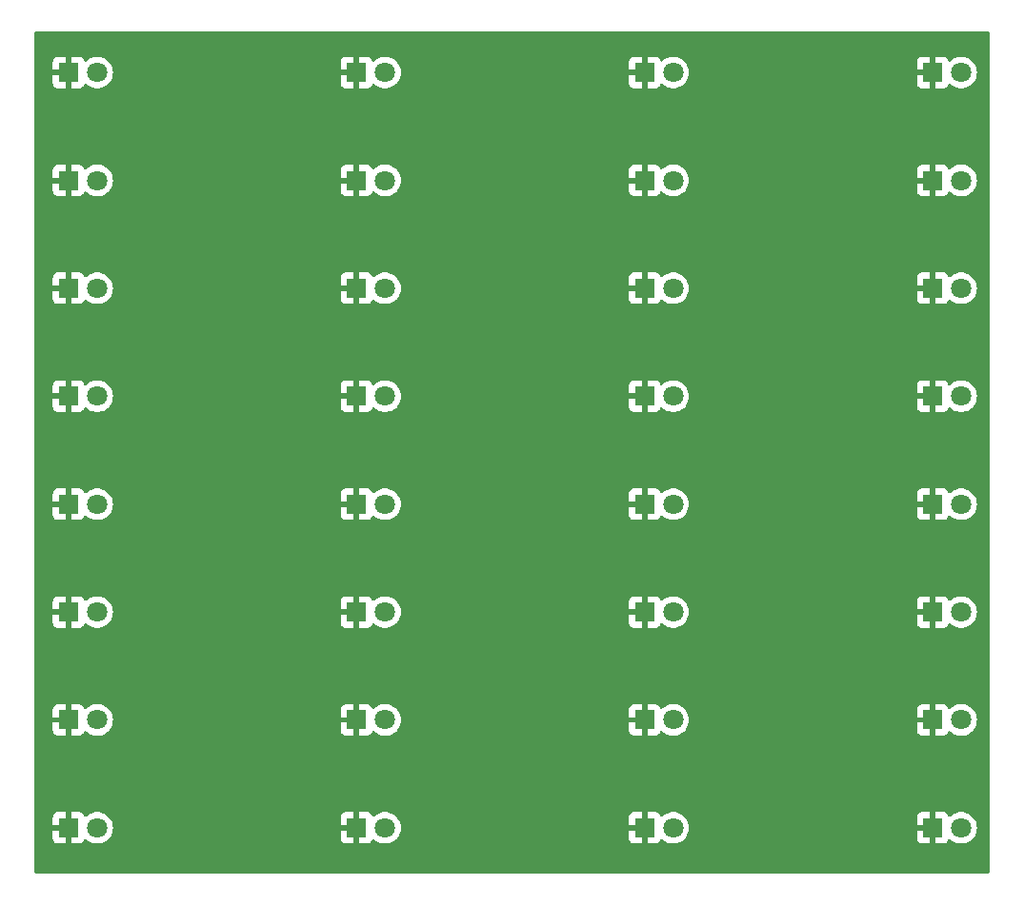
<source format=gbr>
%TF.GenerationSoftware,KiCad,Pcbnew,7.0.7-7.0.7~ubuntu20.04.1*%
%TF.CreationDate,2023-08-28T21:56:30+02:00*%
%TF.ProjectId,ledPCB,6c656450-4342-42e6-9b69-6361645f7063,rev?*%
%TF.SameCoordinates,PX8741bb8PY60eb478*%
%TF.FileFunction,Copper,L2,Bot*%
%TF.FilePolarity,Positive*%
%FSLAX46Y46*%
G04 Gerber Fmt 4.6, Leading zero omitted, Abs format (unit mm)*
G04 Created by KiCad (PCBNEW 7.0.7-7.0.7~ubuntu20.04.1) date 2023-08-28 21:56:30*
%MOMM*%
%LPD*%
G01*
G04 APERTURE LIST*
%TA.AperFunction,ComponentPad*%
%ADD10R,1.800000X1.800000*%
%TD*%
%TA.AperFunction,ComponentPad*%
%ADD11C,1.800000*%
%TD*%
G04 APERTURE END LIST*
D10*
%TO.P,D18,1,K*%
%TO.N,GND*%
X-13875000Y-4750000D03*
D11*
%TO.P,D18,2,A*%
%TO.N,unconnected-(D18-A-Pad2)*%
X-11335000Y-4750000D03*
%TD*%
D10*
%TO.P,D31,1,K*%
%TO.N,GND*%
X11725000Y-33550000D03*
D11*
%TO.P,D31,2,A*%
%TO.N,unconnected-(D31-A-Pad2)*%
X14265000Y-33550000D03*
%TD*%
D10*
%TO.P,D26,1,K*%
%TO.N,GND*%
X-13875000Y-23950000D03*
D11*
%TO.P,D26,2,A*%
%TO.N,unconnected-(D26-A-Pad2)*%
X-11335000Y-23950000D03*
%TD*%
D10*
%TO.P,D28,1,K*%
%TO.N,GND*%
X37325000Y-23950000D03*
D11*
%TO.P,D28,2,A*%
%TO.N,unconnected-(D28-A-Pad2)*%
X39865000Y-23950000D03*
%TD*%
D10*
%TO.P,D1,1,K*%
%TO.N,GND*%
X-39475000Y33650000D03*
D11*
%TO.P,D1,2,A*%
%TO.N,unconnected-(D1-A-Pad2)*%
X-36935000Y33650000D03*
%TD*%
D10*
%TO.P,D21,1,K*%
%TO.N,GND*%
X-39475000Y-14350000D03*
D11*
%TO.P,D21,2,A*%
%TO.N,unconnected-(D21-A-Pad2)*%
X-36935000Y-14350000D03*
%TD*%
D10*
%TO.P,D13,1,K*%
%TO.N,GND*%
X-39475000Y4850000D03*
D11*
%TO.P,D13,2,A*%
%TO.N,unconnected-(D13-A-Pad2)*%
X-36935000Y4850000D03*
%TD*%
D10*
%TO.P,D15,1,K*%
%TO.N,GND*%
X11725000Y4850000D03*
D11*
%TO.P,D15,2,A*%
%TO.N,unconnected-(D15-A-Pad2)*%
X14265000Y4850000D03*
%TD*%
D10*
%TO.P,D9,1,K*%
%TO.N,GND*%
X-39475000Y14450000D03*
D11*
%TO.P,D9,2,A*%
%TO.N,unconnected-(D9-A-Pad2)*%
X-36935000Y14450000D03*
%TD*%
D10*
%TO.P,D10,1,K*%
%TO.N,GND*%
X-13875000Y14450000D03*
D11*
%TO.P,D10,2,A*%
%TO.N,unconnected-(D10-A-Pad2)*%
X-11335000Y14450000D03*
%TD*%
D10*
%TO.P,D24,1,K*%
%TO.N,GND*%
X37325000Y-14350000D03*
D11*
%TO.P,D24,2,A*%
%TO.N,unconnected-(D24-A-Pad2)*%
X39865000Y-14350000D03*
%TD*%
D10*
%TO.P,D6,1,K*%
%TO.N,GND*%
X-13875000Y24050000D03*
D11*
%TO.P,D6,2,A*%
%TO.N,unconnected-(D6-A-Pad2)*%
X-11335000Y24050000D03*
%TD*%
D10*
%TO.P,D4,1,K*%
%TO.N,GND*%
X37325000Y33650000D03*
D11*
%TO.P,D4,2,A*%
%TO.N,unconnected-(D4-A-Pad2)*%
X39865000Y33650000D03*
%TD*%
D10*
%TO.P,D27,1,K*%
%TO.N,GND*%
X11725000Y-23950000D03*
D11*
%TO.P,D27,2,A*%
%TO.N,unconnected-(D27-A-Pad2)*%
X14265000Y-23950000D03*
%TD*%
D10*
%TO.P,D30,1,K*%
%TO.N,GND*%
X-13875000Y-33550000D03*
D11*
%TO.P,D30,2,A*%
%TO.N,unconnected-(D30-A-Pad2)*%
X-11335000Y-33550000D03*
%TD*%
D10*
%TO.P,D19,1,K*%
%TO.N,GND*%
X11725000Y-4750000D03*
D11*
%TO.P,D19,2,A*%
%TO.N,unconnected-(D19-A-Pad2)*%
X14265000Y-4750000D03*
%TD*%
D10*
%TO.P,D20,1,K*%
%TO.N,GND*%
X37325000Y-4750000D03*
D11*
%TO.P,D20,2,A*%
%TO.N,unconnected-(D20-A-Pad2)*%
X39865000Y-4750000D03*
%TD*%
D10*
%TO.P,D22,1,K*%
%TO.N,GND*%
X-13875000Y-14350000D03*
D11*
%TO.P,D22,2,A*%
%TO.N,unconnected-(D22-A-Pad2)*%
X-11335000Y-14350000D03*
%TD*%
D10*
%TO.P,D12,1,K*%
%TO.N,GND*%
X37325000Y14450000D03*
D11*
%TO.P,D12,2,A*%
%TO.N,unconnected-(D12-A-Pad2)*%
X39865000Y14450000D03*
%TD*%
D10*
%TO.P,D11,1,K*%
%TO.N,GND*%
X11725000Y14450000D03*
D11*
%TO.P,D11,2,A*%
%TO.N,unconnected-(D11-A-Pad2)*%
X14265000Y14450000D03*
%TD*%
D10*
%TO.P,D7,1,K*%
%TO.N,GND*%
X11725000Y24050000D03*
D11*
%TO.P,D7,2,A*%
%TO.N,unconnected-(D7-A-Pad2)*%
X14265000Y24050000D03*
%TD*%
D10*
%TO.P,D25,1,K*%
%TO.N,GND*%
X-39475000Y-23950000D03*
D11*
%TO.P,D25,2,A*%
%TO.N,unconnected-(D25-A-Pad2)*%
X-36935000Y-23950000D03*
%TD*%
D10*
%TO.P,D8,1,K*%
%TO.N,GND*%
X37325000Y24050000D03*
D11*
%TO.P,D8,2,A*%
%TO.N,unconnected-(D8-A-Pad2)*%
X39865000Y24050000D03*
%TD*%
D10*
%TO.P,D17,1,K*%
%TO.N,GND*%
X-39475000Y-4750000D03*
D11*
%TO.P,D17,2,A*%
%TO.N,unconnected-(D17-A-Pad2)*%
X-36935000Y-4750000D03*
%TD*%
D10*
%TO.P,D14,1,K*%
%TO.N,GND*%
X-13875000Y4850000D03*
D11*
%TO.P,D14,2,A*%
%TO.N,unconnected-(D14-A-Pad2)*%
X-11335000Y4850000D03*
%TD*%
D10*
%TO.P,D29,1,K*%
%TO.N,GND*%
X-39475000Y-33550000D03*
D11*
%TO.P,D29,2,A*%
%TO.N,unconnected-(D29-A-Pad2)*%
X-36935000Y-33550000D03*
%TD*%
D10*
%TO.P,D16,1,K*%
%TO.N,GND*%
X37325000Y4850000D03*
D11*
%TO.P,D16,2,A*%
%TO.N,unconnected-(D16-A-Pad2)*%
X39865000Y4850000D03*
%TD*%
D10*
%TO.P,D2,1,K*%
%TO.N,GND*%
X-13875000Y33650000D03*
D11*
%TO.P,D2,2,A*%
%TO.N,unconnected-(D2-A-Pad2)*%
X-11335000Y33650000D03*
%TD*%
D10*
%TO.P,D23,1,K*%
%TO.N,GND*%
X11725000Y-14350000D03*
D11*
%TO.P,D23,2,A*%
%TO.N,unconnected-(D23-A-Pad2)*%
X14265000Y-14350000D03*
%TD*%
D10*
%TO.P,D3,1,K*%
%TO.N,GND*%
X11725000Y33650000D03*
D11*
%TO.P,D3,2,A*%
%TO.N,unconnected-(D3-A-Pad2)*%
X14265000Y33650000D03*
%TD*%
D10*
%TO.P,D32,1,K*%
%TO.N,GND*%
X37325000Y-33550000D03*
D11*
%TO.P,D32,2,A*%
%TO.N,unconnected-(D32-A-Pad2)*%
X39865000Y-33550000D03*
%TD*%
D10*
%TO.P,D5,1,K*%
%TO.N,GND*%
X-39475000Y24050000D03*
D11*
%TO.P,D5,2,A*%
%TO.N,unconnected-(D5-A-Pad2)*%
X-36935000Y24050000D03*
%TD*%
%TA.AperFunction,Conductor*%
%TO.N,GND*%
G36*
X42343039Y37280315D02*
G01*
X42388794Y37227511D01*
X42400000Y37176000D01*
X42400000Y-37448638D01*
X42380315Y-37515677D01*
X42363681Y-37536319D01*
X42336319Y-37563681D01*
X42274996Y-37597166D01*
X42248638Y-37600000D01*
X-42376000Y-37600000D01*
X-42443039Y-37580315D01*
X-42488794Y-37527511D01*
X-42500000Y-37476000D01*
X-42500000Y-34497844D01*
X-40875000Y-34497844D01*
X-40868599Y-34557372D01*
X-40868597Y-34557379D01*
X-40818355Y-34692086D01*
X-40818351Y-34692093D01*
X-40732191Y-34807187D01*
X-40732188Y-34807190D01*
X-40617094Y-34893350D01*
X-40617087Y-34893354D01*
X-40482380Y-34943596D01*
X-40482373Y-34943598D01*
X-40422845Y-34949999D01*
X-40422828Y-34950000D01*
X-39725000Y-34950000D01*
X-39725000Y-34111821D01*
X-39705315Y-34044782D01*
X-39652511Y-33999027D01*
X-39583353Y-33989083D01*
X-39564453Y-33993329D01*
X-39542827Y-34000000D01*
X-39441277Y-34000000D01*
X-39441276Y-34000000D01*
X-39367481Y-33988877D01*
X-39298258Y-33998350D01*
X-39245143Y-34043744D01*
X-39225003Y-34110648D01*
X-39225000Y-34111492D01*
X-39225000Y-34950000D01*
X-38527172Y-34950000D01*
X-38527156Y-34949999D01*
X-38467628Y-34943598D01*
X-38467621Y-34943596D01*
X-38332914Y-34893354D01*
X-38332907Y-34893350D01*
X-38217813Y-34807190D01*
X-38217810Y-34807187D01*
X-38131650Y-34692093D01*
X-38131645Y-34692084D01*
X-38102925Y-34615081D01*
X-38061055Y-34559147D01*
X-37995591Y-34534729D01*
X-37927318Y-34549580D01*
X-37895516Y-34574428D01*
X-37886784Y-34583913D01*
X-37886781Y-34583915D01*
X-37886778Y-34583918D01*
X-37703635Y-34726464D01*
X-37703629Y-34726468D01*
X-37703626Y-34726470D01*
X-37499503Y-34836936D01*
X-37385513Y-34876068D01*
X-37279985Y-34912297D01*
X-37279983Y-34912297D01*
X-37279981Y-34912298D01*
X-37051049Y-34950500D01*
X-37051048Y-34950500D01*
X-36818952Y-34950500D01*
X-36818951Y-34950500D01*
X-36590019Y-34912298D01*
X-36370497Y-34836936D01*
X-36166374Y-34726470D01*
X-35983216Y-34583913D01*
X-35903984Y-34497844D01*
X-15275000Y-34497844D01*
X-15268599Y-34557372D01*
X-15268597Y-34557379D01*
X-15218355Y-34692086D01*
X-15218351Y-34692093D01*
X-15132191Y-34807187D01*
X-15132188Y-34807190D01*
X-15017094Y-34893350D01*
X-15017087Y-34893354D01*
X-14882380Y-34943596D01*
X-14882373Y-34943598D01*
X-14822845Y-34949999D01*
X-14822828Y-34950000D01*
X-14125000Y-34950000D01*
X-14125000Y-34111821D01*
X-14105315Y-34044782D01*
X-14052511Y-33999027D01*
X-13983353Y-33989083D01*
X-13964453Y-33993329D01*
X-13942827Y-34000000D01*
X-13841277Y-34000000D01*
X-13841276Y-34000000D01*
X-13767481Y-33988877D01*
X-13698258Y-33998350D01*
X-13645143Y-34043744D01*
X-13625003Y-34110648D01*
X-13625000Y-34111492D01*
X-13625000Y-34950000D01*
X-12927172Y-34950000D01*
X-12927156Y-34949999D01*
X-12867628Y-34943598D01*
X-12867621Y-34943596D01*
X-12732914Y-34893354D01*
X-12732907Y-34893350D01*
X-12617813Y-34807190D01*
X-12617810Y-34807187D01*
X-12531650Y-34692093D01*
X-12531645Y-34692084D01*
X-12502925Y-34615081D01*
X-12461055Y-34559147D01*
X-12395591Y-34534729D01*
X-12327318Y-34549580D01*
X-12295516Y-34574428D01*
X-12286784Y-34583913D01*
X-12286781Y-34583915D01*
X-12286778Y-34583918D01*
X-12103635Y-34726464D01*
X-12103629Y-34726468D01*
X-12103626Y-34726470D01*
X-11899503Y-34836936D01*
X-11785513Y-34876068D01*
X-11679985Y-34912297D01*
X-11679983Y-34912297D01*
X-11679981Y-34912298D01*
X-11451049Y-34950500D01*
X-11451048Y-34950500D01*
X-11218952Y-34950500D01*
X-11218951Y-34950500D01*
X-10990019Y-34912298D01*
X-10770497Y-34836936D01*
X-10566374Y-34726470D01*
X-10383216Y-34583913D01*
X-10303984Y-34497844D01*
X10325000Y-34497844D01*
X10331401Y-34557372D01*
X10331403Y-34557379D01*
X10381645Y-34692086D01*
X10381649Y-34692093D01*
X10467809Y-34807187D01*
X10467812Y-34807190D01*
X10582906Y-34893350D01*
X10582913Y-34893354D01*
X10717620Y-34943596D01*
X10717627Y-34943598D01*
X10777155Y-34949999D01*
X10777172Y-34950000D01*
X11475000Y-34950000D01*
X11475000Y-34111821D01*
X11494685Y-34044782D01*
X11547489Y-33999027D01*
X11616647Y-33989083D01*
X11635547Y-33993329D01*
X11657173Y-34000000D01*
X11758723Y-34000000D01*
X11758724Y-34000000D01*
X11832519Y-33988877D01*
X11901742Y-33998350D01*
X11954857Y-34043744D01*
X11974997Y-34110648D01*
X11975000Y-34111492D01*
X11975000Y-34950000D01*
X12672828Y-34950000D01*
X12672844Y-34949999D01*
X12732372Y-34943598D01*
X12732379Y-34943596D01*
X12867086Y-34893354D01*
X12867093Y-34893350D01*
X12982187Y-34807190D01*
X12982190Y-34807187D01*
X13068350Y-34692093D01*
X13068355Y-34692084D01*
X13097075Y-34615081D01*
X13138945Y-34559147D01*
X13204409Y-34534729D01*
X13272682Y-34549580D01*
X13304484Y-34574428D01*
X13313216Y-34583913D01*
X13313219Y-34583915D01*
X13313222Y-34583918D01*
X13496365Y-34726464D01*
X13496371Y-34726468D01*
X13496374Y-34726470D01*
X13700497Y-34836936D01*
X13814487Y-34876068D01*
X13920015Y-34912297D01*
X13920017Y-34912297D01*
X13920019Y-34912298D01*
X14148951Y-34950500D01*
X14148952Y-34950500D01*
X14381048Y-34950500D01*
X14381049Y-34950500D01*
X14609981Y-34912298D01*
X14829503Y-34836936D01*
X15033626Y-34726470D01*
X15216784Y-34583913D01*
X15296016Y-34497844D01*
X35925000Y-34497844D01*
X35931401Y-34557372D01*
X35931403Y-34557379D01*
X35981645Y-34692086D01*
X35981649Y-34692093D01*
X36067809Y-34807187D01*
X36067812Y-34807190D01*
X36182906Y-34893350D01*
X36182913Y-34893354D01*
X36317620Y-34943596D01*
X36317627Y-34943598D01*
X36377155Y-34949999D01*
X36377172Y-34950000D01*
X37075000Y-34950000D01*
X37075000Y-34111821D01*
X37094685Y-34044782D01*
X37147489Y-33999027D01*
X37216647Y-33989083D01*
X37235547Y-33993329D01*
X37257173Y-34000000D01*
X37358723Y-34000000D01*
X37358724Y-34000000D01*
X37432519Y-33988877D01*
X37501742Y-33998350D01*
X37554857Y-34043744D01*
X37574997Y-34110648D01*
X37575000Y-34111492D01*
X37575000Y-34950000D01*
X38272828Y-34950000D01*
X38272844Y-34949999D01*
X38332372Y-34943598D01*
X38332379Y-34943596D01*
X38467086Y-34893354D01*
X38467093Y-34893350D01*
X38582187Y-34807190D01*
X38582190Y-34807187D01*
X38668350Y-34692093D01*
X38668355Y-34692084D01*
X38697075Y-34615081D01*
X38738945Y-34559147D01*
X38804409Y-34534729D01*
X38872682Y-34549580D01*
X38904484Y-34574428D01*
X38913216Y-34583913D01*
X38913219Y-34583915D01*
X38913222Y-34583918D01*
X39096365Y-34726464D01*
X39096371Y-34726468D01*
X39096374Y-34726470D01*
X39300497Y-34836936D01*
X39414487Y-34876068D01*
X39520015Y-34912297D01*
X39520017Y-34912297D01*
X39520019Y-34912298D01*
X39748951Y-34950500D01*
X39748952Y-34950500D01*
X39981048Y-34950500D01*
X39981049Y-34950500D01*
X40209981Y-34912298D01*
X40429503Y-34836936D01*
X40633626Y-34726470D01*
X40816784Y-34583913D01*
X40973979Y-34413153D01*
X41100924Y-34218849D01*
X41194157Y-34006300D01*
X41251134Y-33781305D01*
X41256524Y-33716260D01*
X41270300Y-33550006D01*
X41270300Y-33549993D01*
X41251135Y-33318702D01*
X41251133Y-33318691D01*
X41194157Y-33093699D01*
X41100924Y-32881151D01*
X40973983Y-32686852D01*
X40973980Y-32686849D01*
X40973979Y-32686847D01*
X40816784Y-32516087D01*
X40816779Y-32516083D01*
X40816777Y-32516081D01*
X40633634Y-32373535D01*
X40633628Y-32373531D01*
X40429504Y-32263064D01*
X40429495Y-32263061D01*
X40209984Y-32187702D01*
X40022404Y-32156401D01*
X39981049Y-32149500D01*
X39748951Y-32149500D01*
X39707596Y-32156401D01*
X39520015Y-32187702D01*
X39300504Y-32263061D01*
X39300495Y-32263064D01*
X39096371Y-32373531D01*
X39096365Y-32373535D01*
X38913222Y-32516081D01*
X38913215Y-32516087D01*
X38904484Y-32525572D01*
X38844595Y-32561561D01*
X38774757Y-32559458D01*
X38717143Y-32519932D01*
X38697075Y-32484918D01*
X38668355Y-32407915D01*
X38668350Y-32407906D01*
X38582190Y-32292812D01*
X38582187Y-32292809D01*
X38467093Y-32206649D01*
X38467086Y-32206645D01*
X38332379Y-32156403D01*
X38332372Y-32156401D01*
X38272844Y-32150000D01*
X37575000Y-32150000D01*
X37575000Y-32988178D01*
X37555315Y-33055217D01*
X37502511Y-33100972D01*
X37433353Y-33110916D01*
X37414454Y-33106670D01*
X37392829Y-33100000D01*
X37392827Y-33100000D01*
X37291276Y-33100000D01*
X37291266Y-33100000D01*
X37217479Y-33111122D01*
X37148255Y-33101649D01*
X37095141Y-33056254D01*
X37075002Y-32989349D01*
X37074999Y-32988507D01*
X37075000Y-32150000D01*
X36377155Y-32150000D01*
X36317627Y-32156401D01*
X36317620Y-32156403D01*
X36182913Y-32206645D01*
X36182906Y-32206649D01*
X36067812Y-32292809D01*
X36067809Y-32292812D01*
X35981649Y-32407906D01*
X35981645Y-32407913D01*
X35931403Y-32542620D01*
X35931401Y-32542627D01*
X35925000Y-32602155D01*
X35925000Y-33300000D01*
X36764997Y-33300000D01*
X36832036Y-33319685D01*
X36877791Y-33372489D01*
X36887735Y-33441647D01*
X36885888Y-33451592D01*
X36871189Y-33515992D01*
X36871189Y-33515993D01*
X36882021Y-33660532D01*
X36879920Y-33660689D01*
X36876405Y-33718139D01*
X36835110Y-33774499D01*
X36769899Y-33799587D01*
X36759784Y-33800000D01*
X35925000Y-33800000D01*
X35925000Y-34497844D01*
X15296016Y-34497844D01*
X15373979Y-34413153D01*
X15500924Y-34218849D01*
X15594157Y-34006300D01*
X15651134Y-33781305D01*
X15656524Y-33716260D01*
X15670300Y-33550006D01*
X15670300Y-33549993D01*
X15651135Y-33318702D01*
X15651133Y-33318691D01*
X15594157Y-33093699D01*
X15500924Y-32881151D01*
X15373983Y-32686852D01*
X15373980Y-32686849D01*
X15373979Y-32686847D01*
X15216784Y-32516087D01*
X15216779Y-32516083D01*
X15216777Y-32516081D01*
X15033634Y-32373535D01*
X15033628Y-32373531D01*
X14829504Y-32263064D01*
X14829495Y-32263061D01*
X14609984Y-32187702D01*
X14422404Y-32156401D01*
X14381049Y-32149500D01*
X14148951Y-32149500D01*
X14107596Y-32156401D01*
X13920015Y-32187702D01*
X13700504Y-32263061D01*
X13700495Y-32263064D01*
X13496371Y-32373531D01*
X13496365Y-32373535D01*
X13313222Y-32516081D01*
X13313215Y-32516087D01*
X13304484Y-32525572D01*
X13244595Y-32561561D01*
X13174757Y-32559458D01*
X13117143Y-32519932D01*
X13097075Y-32484918D01*
X13068355Y-32407915D01*
X13068350Y-32407906D01*
X12982190Y-32292812D01*
X12982187Y-32292809D01*
X12867093Y-32206649D01*
X12867086Y-32206645D01*
X12732379Y-32156403D01*
X12732372Y-32156401D01*
X12672844Y-32150000D01*
X11975000Y-32150000D01*
X11975000Y-32988178D01*
X11955315Y-33055217D01*
X11902511Y-33100972D01*
X11833353Y-33110916D01*
X11814454Y-33106670D01*
X11792829Y-33100000D01*
X11792827Y-33100000D01*
X11691276Y-33100000D01*
X11691268Y-33100000D01*
X11617481Y-33111122D01*
X11548256Y-33101649D01*
X11495143Y-33056254D01*
X11475003Y-32989350D01*
X11475000Y-32988507D01*
X11475000Y-32150000D01*
X10777155Y-32150000D01*
X10717627Y-32156401D01*
X10717620Y-32156403D01*
X10582913Y-32206645D01*
X10582906Y-32206649D01*
X10467812Y-32292809D01*
X10467809Y-32292812D01*
X10381649Y-32407906D01*
X10381645Y-32407913D01*
X10331403Y-32542620D01*
X10331401Y-32542627D01*
X10325000Y-32602155D01*
X10325000Y-33300000D01*
X11164997Y-33300000D01*
X11232036Y-33319685D01*
X11277791Y-33372489D01*
X11287735Y-33441647D01*
X11285888Y-33451592D01*
X11271189Y-33515992D01*
X11271189Y-33515993D01*
X11282021Y-33660532D01*
X11279920Y-33660689D01*
X11276405Y-33718139D01*
X11235110Y-33774499D01*
X11169899Y-33799587D01*
X11159784Y-33800000D01*
X10325000Y-33800000D01*
X10325000Y-34497844D01*
X-10303984Y-34497844D01*
X-10226021Y-34413153D01*
X-10099076Y-34218849D01*
X-10005843Y-34006300D01*
X-9948866Y-33781305D01*
X-9943476Y-33716260D01*
X-9929700Y-33550006D01*
X-9929700Y-33549993D01*
X-9948865Y-33318702D01*
X-9948867Y-33318691D01*
X-10005843Y-33093699D01*
X-10099076Y-32881151D01*
X-10226017Y-32686852D01*
X-10226020Y-32686849D01*
X-10226021Y-32686847D01*
X-10383216Y-32516087D01*
X-10383221Y-32516083D01*
X-10383223Y-32516081D01*
X-10566366Y-32373535D01*
X-10566372Y-32373531D01*
X-10770496Y-32263064D01*
X-10770505Y-32263061D01*
X-10990016Y-32187702D01*
X-11177596Y-32156401D01*
X-11218951Y-32149500D01*
X-11451049Y-32149500D01*
X-11492404Y-32156401D01*
X-11679985Y-32187702D01*
X-11899496Y-32263061D01*
X-11899505Y-32263064D01*
X-12103629Y-32373531D01*
X-12103635Y-32373535D01*
X-12286778Y-32516081D01*
X-12286785Y-32516087D01*
X-12295516Y-32525572D01*
X-12355405Y-32561561D01*
X-12425243Y-32559458D01*
X-12482857Y-32519932D01*
X-12502925Y-32484918D01*
X-12531645Y-32407915D01*
X-12531650Y-32407906D01*
X-12617810Y-32292812D01*
X-12617813Y-32292809D01*
X-12732907Y-32206649D01*
X-12732914Y-32206645D01*
X-12867621Y-32156403D01*
X-12867628Y-32156401D01*
X-12927156Y-32150000D01*
X-13625000Y-32150000D01*
X-13625000Y-32988178D01*
X-13644685Y-33055217D01*
X-13697489Y-33100972D01*
X-13766647Y-33110916D01*
X-13785546Y-33106670D01*
X-13807171Y-33100000D01*
X-13807173Y-33100000D01*
X-13908724Y-33100000D01*
X-13908732Y-33100000D01*
X-13982519Y-33111122D01*
X-14051744Y-33101649D01*
X-14104857Y-33056254D01*
X-14124997Y-32989350D01*
X-14125000Y-32988507D01*
X-14125000Y-32150000D01*
X-14822845Y-32150000D01*
X-14882373Y-32156401D01*
X-14882380Y-32156403D01*
X-15017087Y-32206645D01*
X-15017094Y-32206649D01*
X-15132188Y-32292809D01*
X-15132191Y-32292812D01*
X-15218351Y-32407906D01*
X-15218355Y-32407913D01*
X-15268597Y-32542620D01*
X-15268599Y-32542627D01*
X-15275000Y-32602155D01*
X-15275000Y-33300000D01*
X-14435003Y-33300000D01*
X-14367964Y-33319685D01*
X-14322209Y-33372489D01*
X-14312265Y-33441647D01*
X-14314112Y-33451592D01*
X-14328811Y-33515992D01*
X-14328811Y-33515993D01*
X-14317979Y-33660532D01*
X-14320080Y-33660689D01*
X-14323595Y-33718139D01*
X-14364890Y-33774499D01*
X-14430101Y-33799587D01*
X-14440216Y-33800000D01*
X-15275000Y-33800000D01*
X-15275000Y-34497844D01*
X-35903984Y-34497844D01*
X-35826021Y-34413153D01*
X-35699076Y-34218849D01*
X-35605843Y-34006300D01*
X-35548866Y-33781305D01*
X-35543476Y-33716260D01*
X-35529700Y-33550006D01*
X-35529700Y-33549993D01*
X-35548865Y-33318702D01*
X-35548867Y-33318691D01*
X-35605843Y-33093699D01*
X-35699076Y-32881151D01*
X-35826017Y-32686852D01*
X-35826020Y-32686849D01*
X-35826021Y-32686847D01*
X-35983216Y-32516087D01*
X-35983221Y-32516083D01*
X-35983223Y-32516081D01*
X-36166366Y-32373535D01*
X-36166372Y-32373531D01*
X-36370496Y-32263064D01*
X-36370505Y-32263061D01*
X-36590016Y-32187702D01*
X-36777596Y-32156401D01*
X-36818951Y-32149500D01*
X-37051049Y-32149500D01*
X-37092404Y-32156401D01*
X-37279985Y-32187702D01*
X-37499496Y-32263061D01*
X-37499505Y-32263064D01*
X-37703629Y-32373531D01*
X-37703635Y-32373535D01*
X-37886778Y-32516081D01*
X-37886785Y-32516087D01*
X-37895516Y-32525572D01*
X-37955405Y-32561561D01*
X-38025243Y-32559458D01*
X-38082857Y-32519932D01*
X-38102925Y-32484918D01*
X-38131645Y-32407915D01*
X-38131650Y-32407906D01*
X-38217810Y-32292812D01*
X-38217813Y-32292809D01*
X-38332907Y-32206649D01*
X-38332914Y-32206645D01*
X-38467621Y-32156403D01*
X-38467628Y-32156401D01*
X-38527156Y-32150000D01*
X-39225000Y-32150000D01*
X-39225000Y-32988178D01*
X-39244685Y-33055217D01*
X-39297489Y-33100972D01*
X-39366647Y-33110916D01*
X-39385546Y-33106670D01*
X-39407171Y-33100000D01*
X-39407173Y-33100000D01*
X-39508724Y-33100000D01*
X-39508732Y-33100000D01*
X-39582519Y-33111122D01*
X-39651744Y-33101649D01*
X-39704857Y-33056254D01*
X-39724997Y-32989350D01*
X-39725000Y-32988507D01*
X-39725000Y-32150000D01*
X-40422845Y-32150000D01*
X-40482373Y-32156401D01*
X-40482380Y-32156403D01*
X-40617087Y-32206645D01*
X-40617094Y-32206649D01*
X-40732188Y-32292809D01*
X-40732191Y-32292812D01*
X-40818351Y-32407906D01*
X-40818355Y-32407913D01*
X-40868597Y-32542620D01*
X-40868599Y-32542627D01*
X-40875000Y-32602155D01*
X-40875000Y-33300000D01*
X-40035003Y-33300000D01*
X-39967964Y-33319685D01*
X-39922209Y-33372489D01*
X-39912265Y-33441647D01*
X-39914112Y-33451592D01*
X-39928811Y-33515992D01*
X-39928811Y-33515993D01*
X-39917979Y-33660532D01*
X-39920080Y-33660689D01*
X-39923595Y-33718139D01*
X-39964890Y-33774499D01*
X-40030101Y-33799587D01*
X-40040216Y-33800000D01*
X-40875000Y-33800000D01*
X-40875000Y-34497844D01*
X-42500000Y-34497844D01*
X-42500000Y-24897844D01*
X-40875000Y-24897844D01*
X-40868599Y-24957372D01*
X-40868597Y-24957379D01*
X-40818355Y-25092086D01*
X-40818351Y-25092093D01*
X-40732191Y-25207187D01*
X-40732188Y-25207190D01*
X-40617094Y-25293350D01*
X-40617087Y-25293354D01*
X-40482380Y-25343596D01*
X-40482373Y-25343598D01*
X-40422845Y-25349999D01*
X-40422828Y-25350000D01*
X-39725000Y-25350000D01*
X-39725000Y-24511821D01*
X-39705315Y-24444782D01*
X-39652511Y-24399027D01*
X-39583353Y-24389083D01*
X-39564453Y-24393329D01*
X-39542827Y-24400000D01*
X-39441277Y-24400000D01*
X-39441276Y-24400000D01*
X-39367481Y-24388877D01*
X-39298258Y-24398350D01*
X-39245143Y-24443744D01*
X-39225003Y-24510648D01*
X-39225000Y-24511492D01*
X-39225000Y-25350000D01*
X-38527172Y-25350000D01*
X-38527156Y-25349999D01*
X-38467628Y-25343598D01*
X-38467621Y-25343596D01*
X-38332914Y-25293354D01*
X-38332907Y-25293350D01*
X-38217813Y-25207190D01*
X-38217810Y-25207187D01*
X-38131650Y-25092093D01*
X-38131645Y-25092084D01*
X-38102925Y-25015081D01*
X-38061055Y-24959147D01*
X-37995591Y-24934729D01*
X-37927318Y-24949580D01*
X-37895516Y-24974428D01*
X-37886784Y-24983913D01*
X-37886781Y-24983915D01*
X-37886778Y-24983918D01*
X-37703635Y-25126464D01*
X-37703629Y-25126468D01*
X-37703626Y-25126470D01*
X-37499503Y-25236936D01*
X-37385513Y-25276068D01*
X-37279985Y-25312297D01*
X-37279983Y-25312297D01*
X-37279981Y-25312298D01*
X-37051049Y-25350500D01*
X-37051048Y-25350500D01*
X-36818952Y-25350500D01*
X-36818951Y-25350500D01*
X-36590019Y-25312298D01*
X-36370497Y-25236936D01*
X-36166374Y-25126470D01*
X-35983216Y-24983913D01*
X-35903984Y-24897844D01*
X-15275000Y-24897844D01*
X-15268599Y-24957372D01*
X-15268597Y-24957379D01*
X-15218355Y-25092086D01*
X-15218351Y-25092093D01*
X-15132191Y-25207187D01*
X-15132188Y-25207190D01*
X-15017094Y-25293350D01*
X-15017087Y-25293354D01*
X-14882380Y-25343596D01*
X-14882373Y-25343598D01*
X-14822845Y-25349999D01*
X-14822828Y-25350000D01*
X-14125000Y-25350000D01*
X-14125000Y-24511821D01*
X-14105315Y-24444782D01*
X-14052511Y-24399027D01*
X-13983353Y-24389083D01*
X-13964453Y-24393329D01*
X-13942827Y-24400000D01*
X-13841277Y-24400000D01*
X-13841276Y-24400000D01*
X-13767481Y-24388877D01*
X-13698258Y-24398350D01*
X-13645143Y-24443744D01*
X-13625003Y-24510648D01*
X-13625000Y-24511492D01*
X-13625000Y-25350000D01*
X-12927172Y-25350000D01*
X-12927156Y-25349999D01*
X-12867628Y-25343598D01*
X-12867621Y-25343596D01*
X-12732914Y-25293354D01*
X-12732907Y-25293350D01*
X-12617813Y-25207190D01*
X-12617810Y-25207187D01*
X-12531650Y-25092093D01*
X-12531645Y-25092084D01*
X-12502925Y-25015081D01*
X-12461055Y-24959147D01*
X-12395591Y-24934729D01*
X-12327318Y-24949580D01*
X-12295516Y-24974428D01*
X-12286784Y-24983913D01*
X-12286781Y-24983915D01*
X-12286778Y-24983918D01*
X-12103635Y-25126464D01*
X-12103629Y-25126468D01*
X-12103626Y-25126470D01*
X-11899503Y-25236936D01*
X-11785513Y-25276068D01*
X-11679985Y-25312297D01*
X-11679983Y-25312297D01*
X-11679981Y-25312298D01*
X-11451049Y-25350500D01*
X-11451048Y-25350500D01*
X-11218952Y-25350500D01*
X-11218951Y-25350500D01*
X-10990019Y-25312298D01*
X-10770497Y-25236936D01*
X-10566374Y-25126470D01*
X-10383216Y-24983913D01*
X-10303984Y-24897844D01*
X10325000Y-24897844D01*
X10331401Y-24957372D01*
X10331403Y-24957379D01*
X10381645Y-25092086D01*
X10381649Y-25092093D01*
X10467809Y-25207187D01*
X10467812Y-25207190D01*
X10582906Y-25293350D01*
X10582913Y-25293354D01*
X10717620Y-25343596D01*
X10717627Y-25343598D01*
X10777155Y-25349999D01*
X10777172Y-25350000D01*
X11475000Y-25350000D01*
X11475000Y-24511821D01*
X11494685Y-24444782D01*
X11547489Y-24399027D01*
X11616647Y-24389083D01*
X11635547Y-24393329D01*
X11657173Y-24400000D01*
X11758723Y-24400000D01*
X11758724Y-24400000D01*
X11832519Y-24388877D01*
X11901742Y-24398350D01*
X11954857Y-24443744D01*
X11974997Y-24510648D01*
X11975000Y-24511492D01*
X11975000Y-25350000D01*
X12672828Y-25350000D01*
X12672844Y-25349999D01*
X12732372Y-25343598D01*
X12732379Y-25343596D01*
X12867086Y-25293354D01*
X12867093Y-25293350D01*
X12982187Y-25207190D01*
X12982190Y-25207187D01*
X13068350Y-25092093D01*
X13068355Y-25092084D01*
X13097075Y-25015081D01*
X13138945Y-24959147D01*
X13204409Y-24934729D01*
X13272682Y-24949580D01*
X13304484Y-24974428D01*
X13313216Y-24983913D01*
X13313219Y-24983915D01*
X13313222Y-24983918D01*
X13496365Y-25126464D01*
X13496371Y-25126468D01*
X13496374Y-25126470D01*
X13700497Y-25236936D01*
X13814487Y-25276068D01*
X13920015Y-25312297D01*
X13920017Y-25312297D01*
X13920019Y-25312298D01*
X14148951Y-25350500D01*
X14148952Y-25350500D01*
X14381048Y-25350500D01*
X14381049Y-25350500D01*
X14609981Y-25312298D01*
X14829503Y-25236936D01*
X15033626Y-25126470D01*
X15216784Y-24983913D01*
X15296016Y-24897844D01*
X35925000Y-24897844D01*
X35931401Y-24957372D01*
X35931403Y-24957379D01*
X35981645Y-25092086D01*
X35981649Y-25092093D01*
X36067809Y-25207187D01*
X36067812Y-25207190D01*
X36182906Y-25293350D01*
X36182913Y-25293354D01*
X36317620Y-25343596D01*
X36317627Y-25343598D01*
X36377155Y-25349999D01*
X36377172Y-25350000D01*
X37075000Y-25350000D01*
X37075000Y-24511821D01*
X37094685Y-24444782D01*
X37147489Y-24399027D01*
X37216647Y-24389083D01*
X37235547Y-24393329D01*
X37257173Y-24400000D01*
X37358723Y-24400000D01*
X37358724Y-24400000D01*
X37432519Y-24388877D01*
X37501742Y-24398350D01*
X37554857Y-24443744D01*
X37574997Y-24510648D01*
X37575000Y-24511492D01*
X37575000Y-25350000D01*
X38272828Y-25350000D01*
X38272844Y-25349999D01*
X38332372Y-25343598D01*
X38332379Y-25343596D01*
X38467086Y-25293354D01*
X38467093Y-25293350D01*
X38582187Y-25207190D01*
X38582190Y-25207187D01*
X38668350Y-25092093D01*
X38668355Y-25092084D01*
X38697075Y-25015081D01*
X38738945Y-24959147D01*
X38804409Y-24934729D01*
X38872682Y-24949580D01*
X38904484Y-24974428D01*
X38913216Y-24983913D01*
X38913219Y-24983915D01*
X38913222Y-24983918D01*
X39096365Y-25126464D01*
X39096371Y-25126468D01*
X39096374Y-25126470D01*
X39300497Y-25236936D01*
X39414487Y-25276068D01*
X39520015Y-25312297D01*
X39520017Y-25312297D01*
X39520019Y-25312298D01*
X39748951Y-25350500D01*
X39748952Y-25350500D01*
X39981048Y-25350500D01*
X39981049Y-25350500D01*
X40209981Y-25312298D01*
X40429503Y-25236936D01*
X40633626Y-25126470D01*
X40816784Y-24983913D01*
X40973979Y-24813153D01*
X41100924Y-24618849D01*
X41194157Y-24406300D01*
X41251134Y-24181305D01*
X41256524Y-24116260D01*
X41270300Y-23950006D01*
X41270300Y-23949993D01*
X41251135Y-23718702D01*
X41251133Y-23718691D01*
X41194157Y-23493699D01*
X41100924Y-23281151D01*
X40973983Y-23086852D01*
X40973980Y-23086849D01*
X40973979Y-23086847D01*
X40816784Y-22916087D01*
X40816779Y-22916083D01*
X40816777Y-22916081D01*
X40633634Y-22773535D01*
X40633628Y-22773531D01*
X40429504Y-22663064D01*
X40429495Y-22663061D01*
X40209984Y-22587702D01*
X40022404Y-22556401D01*
X39981049Y-22549500D01*
X39748951Y-22549500D01*
X39707596Y-22556401D01*
X39520015Y-22587702D01*
X39300504Y-22663061D01*
X39300495Y-22663064D01*
X39096371Y-22773531D01*
X39096365Y-22773535D01*
X38913222Y-22916081D01*
X38913215Y-22916087D01*
X38904484Y-22925572D01*
X38844595Y-22961561D01*
X38774757Y-22959458D01*
X38717143Y-22919932D01*
X38697075Y-22884918D01*
X38668355Y-22807915D01*
X38668350Y-22807906D01*
X38582190Y-22692812D01*
X38582187Y-22692809D01*
X38467093Y-22606649D01*
X38467086Y-22606645D01*
X38332379Y-22556403D01*
X38332372Y-22556401D01*
X38272844Y-22550000D01*
X37575000Y-22550000D01*
X37575000Y-23388178D01*
X37555315Y-23455217D01*
X37502511Y-23500972D01*
X37433353Y-23510916D01*
X37414454Y-23506670D01*
X37392829Y-23500000D01*
X37392827Y-23500000D01*
X37291276Y-23500000D01*
X37291266Y-23500000D01*
X37217479Y-23511122D01*
X37148255Y-23501649D01*
X37095141Y-23456254D01*
X37075002Y-23389349D01*
X37074999Y-23388507D01*
X37075000Y-22550000D01*
X36377155Y-22550000D01*
X36317627Y-22556401D01*
X36317620Y-22556403D01*
X36182913Y-22606645D01*
X36182906Y-22606649D01*
X36067812Y-22692809D01*
X36067809Y-22692812D01*
X35981649Y-22807906D01*
X35981645Y-22807913D01*
X35931403Y-22942620D01*
X35931401Y-22942627D01*
X35925000Y-23002155D01*
X35925000Y-23700000D01*
X36764997Y-23700000D01*
X36832036Y-23719685D01*
X36877791Y-23772489D01*
X36887735Y-23841647D01*
X36885888Y-23851592D01*
X36871189Y-23915992D01*
X36871189Y-23915993D01*
X36882021Y-24060532D01*
X36879920Y-24060689D01*
X36876405Y-24118139D01*
X36835110Y-24174499D01*
X36769899Y-24199587D01*
X36759784Y-24200000D01*
X35925000Y-24200000D01*
X35925000Y-24897844D01*
X15296016Y-24897844D01*
X15373979Y-24813153D01*
X15500924Y-24618849D01*
X15594157Y-24406300D01*
X15651134Y-24181305D01*
X15656524Y-24116260D01*
X15670300Y-23950006D01*
X15670300Y-23949993D01*
X15651135Y-23718702D01*
X15651133Y-23718691D01*
X15594157Y-23493699D01*
X15500924Y-23281151D01*
X15373983Y-23086852D01*
X15373980Y-23086849D01*
X15373979Y-23086847D01*
X15216784Y-22916087D01*
X15216779Y-22916083D01*
X15216777Y-22916081D01*
X15033634Y-22773535D01*
X15033628Y-22773531D01*
X14829504Y-22663064D01*
X14829495Y-22663061D01*
X14609984Y-22587702D01*
X14422404Y-22556401D01*
X14381049Y-22549500D01*
X14148951Y-22549500D01*
X14107596Y-22556401D01*
X13920015Y-22587702D01*
X13700504Y-22663061D01*
X13700495Y-22663064D01*
X13496371Y-22773531D01*
X13496365Y-22773535D01*
X13313222Y-22916081D01*
X13313215Y-22916087D01*
X13304484Y-22925572D01*
X13244595Y-22961561D01*
X13174757Y-22959458D01*
X13117143Y-22919932D01*
X13097075Y-22884918D01*
X13068355Y-22807915D01*
X13068350Y-22807906D01*
X12982190Y-22692812D01*
X12982187Y-22692809D01*
X12867093Y-22606649D01*
X12867086Y-22606645D01*
X12732379Y-22556403D01*
X12732372Y-22556401D01*
X12672844Y-22550000D01*
X11975000Y-22550000D01*
X11975000Y-23388178D01*
X11955315Y-23455217D01*
X11902511Y-23500972D01*
X11833353Y-23510916D01*
X11814454Y-23506670D01*
X11792829Y-23500000D01*
X11792827Y-23500000D01*
X11691276Y-23500000D01*
X11691268Y-23500000D01*
X11617481Y-23511122D01*
X11548256Y-23501649D01*
X11495143Y-23456254D01*
X11475003Y-23389350D01*
X11475000Y-23388507D01*
X11475000Y-22550000D01*
X10777155Y-22550000D01*
X10717627Y-22556401D01*
X10717620Y-22556403D01*
X10582913Y-22606645D01*
X10582906Y-22606649D01*
X10467812Y-22692809D01*
X10467809Y-22692812D01*
X10381649Y-22807906D01*
X10381645Y-22807913D01*
X10331403Y-22942620D01*
X10331401Y-22942627D01*
X10325000Y-23002155D01*
X10325000Y-23700000D01*
X11164997Y-23700000D01*
X11232036Y-23719685D01*
X11277791Y-23772489D01*
X11287735Y-23841647D01*
X11285888Y-23851592D01*
X11271189Y-23915992D01*
X11271189Y-23915993D01*
X11282021Y-24060532D01*
X11279920Y-24060689D01*
X11276405Y-24118139D01*
X11235110Y-24174499D01*
X11169899Y-24199587D01*
X11159784Y-24200000D01*
X10325000Y-24200000D01*
X10325000Y-24897844D01*
X-10303984Y-24897844D01*
X-10226021Y-24813153D01*
X-10099076Y-24618849D01*
X-10005843Y-24406300D01*
X-9948866Y-24181305D01*
X-9943476Y-24116260D01*
X-9929700Y-23950006D01*
X-9929700Y-23949993D01*
X-9948865Y-23718702D01*
X-9948867Y-23718691D01*
X-10005843Y-23493699D01*
X-10099076Y-23281151D01*
X-10226017Y-23086852D01*
X-10226020Y-23086849D01*
X-10226021Y-23086847D01*
X-10383216Y-22916087D01*
X-10383221Y-22916083D01*
X-10383223Y-22916081D01*
X-10566366Y-22773535D01*
X-10566372Y-22773531D01*
X-10770496Y-22663064D01*
X-10770505Y-22663061D01*
X-10990016Y-22587702D01*
X-11177596Y-22556401D01*
X-11218951Y-22549500D01*
X-11451049Y-22549500D01*
X-11492404Y-22556401D01*
X-11679985Y-22587702D01*
X-11899496Y-22663061D01*
X-11899505Y-22663064D01*
X-12103629Y-22773531D01*
X-12103635Y-22773535D01*
X-12286778Y-22916081D01*
X-12286785Y-22916087D01*
X-12295516Y-22925572D01*
X-12355405Y-22961561D01*
X-12425243Y-22959458D01*
X-12482857Y-22919932D01*
X-12502925Y-22884918D01*
X-12531645Y-22807915D01*
X-12531650Y-22807906D01*
X-12617810Y-22692812D01*
X-12617813Y-22692809D01*
X-12732907Y-22606649D01*
X-12732914Y-22606645D01*
X-12867621Y-22556403D01*
X-12867628Y-22556401D01*
X-12927156Y-22550000D01*
X-13625000Y-22550000D01*
X-13625000Y-23388178D01*
X-13644685Y-23455217D01*
X-13697489Y-23500972D01*
X-13766647Y-23510916D01*
X-13785546Y-23506670D01*
X-13807171Y-23500000D01*
X-13807173Y-23500000D01*
X-13908724Y-23500000D01*
X-13908732Y-23500000D01*
X-13982519Y-23511122D01*
X-14051744Y-23501649D01*
X-14104857Y-23456254D01*
X-14124997Y-23389350D01*
X-14125000Y-23388507D01*
X-14125000Y-22550000D01*
X-14822845Y-22550000D01*
X-14882373Y-22556401D01*
X-14882380Y-22556403D01*
X-15017087Y-22606645D01*
X-15017094Y-22606649D01*
X-15132188Y-22692809D01*
X-15132191Y-22692812D01*
X-15218351Y-22807906D01*
X-15218355Y-22807913D01*
X-15268597Y-22942620D01*
X-15268599Y-22942627D01*
X-15275000Y-23002155D01*
X-15275000Y-23700000D01*
X-14435003Y-23700000D01*
X-14367964Y-23719685D01*
X-14322209Y-23772489D01*
X-14312265Y-23841647D01*
X-14314112Y-23851592D01*
X-14328811Y-23915992D01*
X-14328811Y-23915993D01*
X-14317979Y-24060532D01*
X-14320080Y-24060689D01*
X-14323595Y-24118139D01*
X-14364890Y-24174499D01*
X-14430101Y-24199587D01*
X-14440216Y-24200000D01*
X-15275000Y-24200000D01*
X-15275000Y-24897844D01*
X-35903984Y-24897844D01*
X-35826021Y-24813153D01*
X-35699076Y-24618849D01*
X-35605843Y-24406300D01*
X-35548866Y-24181305D01*
X-35543476Y-24116260D01*
X-35529700Y-23950006D01*
X-35529700Y-23949993D01*
X-35548865Y-23718702D01*
X-35548867Y-23718691D01*
X-35605843Y-23493699D01*
X-35699076Y-23281151D01*
X-35826017Y-23086852D01*
X-35826020Y-23086849D01*
X-35826021Y-23086847D01*
X-35983216Y-22916087D01*
X-35983221Y-22916083D01*
X-35983223Y-22916081D01*
X-36166366Y-22773535D01*
X-36166372Y-22773531D01*
X-36370496Y-22663064D01*
X-36370505Y-22663061D01*
X-36590016Y-22587702D01*
X-36777596Y-22556401D01*
X-36818951Y-22549500D01*
X-37051049Y-22549500D01*
X-37092404Y-22556401D01*
X-37279985Y-22587702D01*
X-37499496Y-22663061D01*
X-37499505Y-22663064D01*
X-37703629Y-22773531D01*
X-37703635Y-22773535D01*
X-37886778Y-22916081D01*
X-37886785Y-22916087D01*
X-37895516Y-22925572D01*
X-37955405Y-22961561D01*
X-38025243Y-22959458D01*
X-38082857Y-22919932D01*
X-38102925Y-22884918D01*
X-38131645Y-22807915D01*
X-38131650Y-22807906D01*
X-38217810Y-22692812D01*
X-38217813Y-22692809D01*
X-38332907Y-22606649D01*
X-38332914Y-22606645D01*
X-38467621Y-22556403D01*
X-38467628Y-22556401D01*
X-38527156Y-22550000D01*
X-39225000Y-22550000D01*
X-39225000Y-23388178D01*
X-39244685Y-23455217D01*
X-39297489Y-23500972D01*
X-39366647Y-23510916D01*
X-39385546Y-23506670D01*
X-39407171Y-23500000D01*
X-39407173Y-23500000D01*
X-39508724Y-23500000D01*
X-39508732Y-23500000D01*
X-39582519Y-23511122D01*
X-39651744Y-23501649D01*
X-39704857Y-23456254D01*
X-39724997Y-23389350D01*
X-39725000Y-23388507D01*
X-39725000Y-22550000D01*
X-40422845Y-22550000D01*
X-40482373Y-22556401D01*
X-40482380Y-22556403D01*
X-40617087Y-22606645D01*
X-40617094Y-22606649D01*
X-40732188Y-22692809D01*
X-40732191Y-22692812D01*
X-40818351Y-22807906D01*
X-40818355Y-22807913D01*
X-40868597Y-22942620D01*
X-40868599Y-22942627D01*
X-40875000Y-23002155D01*
X-40875000Y-23700000D01*
X-40035003Y-23700000D01*
X-39967964Y-23719685D01*
X-39922209Y-23772489D01*
X-39912265Y-23841647D01*
X-39914112Y-23851592D01*
X-39928811Y-23915992D01*
X-39928811Y-23915993D01*
X-39917979Y-24060532D01*
X-39920080Y-24060689D01*
X-39923595Y-24118139D01*
X-39964890Y-24174499D01*
X-40030101Y-24199587D01*
X-40040216Y-24200000D01*
X-40875000Y-24200000D01*
X-40875000Y-24897844D01*
X-42500000Y-24897844D01*
X-42500000Y-15297844D01*
X-40875000Y-15297844D01*
X-40868599Y-15357372D01*
X-40868597Y-15357379D01*
X-40818355Y-15492086D01*
X-40818351Y-15492093D01*
X-40732191Y-15607187D01*
X-40732188Y-15607190D01*
X-40617094Y-15693350D01*
X-40617087Y-15693354D01*
X-40482380Y-15743596D01*
X-40482373Y-15743598D01*
X-40422845Y-15749999D01*
X-40422828Y-15750000D01*
X-39725000Y-15750000D01*
X-39725000Y-14911821D01*
X-39705315Y-14844782D01*
X-39652511Y-14799027D01*
X-39583353Y-14789083D01*
X-39564453Y-14793329D01*
X-39542827Y-14800000D01*
X-39441277Y-14800000D01*
X-39441276Y-14800000D01*
X-39367481Y-14788877D01*
X-39298258Y-14798350D01*
X-39245143Y-14843744D01*
X-39225003Y-14910648D01*
X-39225000Y-14911492D01*
X-39225000Y-15750000D01*
X-38527172Y-15750000D01*
X-38527156Y-15749999D01*
X-38467628Y-15743598D01*
X-38467621Y-15743596D01*
X-38332914Y-15693354D01*
X-38332907Y-15693350D01*
X-38217813Y-15607190D01*
X-38217810Y-15607187D01*
X-38131650Y-15492093D01*
X-38131645Y-15492084D01*
X-38102925Y-15415081D01*
X-38061055Y-15359147D01*
X-37995591Y-15334729D01*
X-37927318Y-15349580D01*
X-37895516Y-15374428D01*
X-37886784Y-15383913D01*
X-37886781Y-15383915D01*
X-37886778Y-15383918D01*
X-37703635Y-15526464D01*
X-37703629Y-15526468D01*
X-37703626Y-15526470D01*
X-37499503Y-15636936D01*
X-37385513Y-15676068D01*
X-37279985Y-15712297D01*
X-37279983Y-15712297D01*
X-37279981Y-15712298D01*
X-37051049Y-15750500D01*
X-37051048Y-15750500D01*
X-36818952Y-15750500D01*
X-36818951Y-15750500D01*
X-36590019Y-15712298D01*
X-36370497Y-15636936D01*
X-36166374Y-15526470D01*
X-35983216Y-15383913D01*
X-35903984Y-15297844D01*
X-15275000Y-15297844D01*
X-15268599Y-15357372D01*
X-15268597Y-15357379D01*
X-15218355Y-15492086D01*
X-15218351Y-15492093D01*
X-15132191Y-15607187D01*
X-15132188Y-15607190D01*
X-15017094Y-15693350D01*
X-15017087Y-15693354D01*
X-14882380Y-15743596D01*
X-14882373Y-15743598D01*
X-14822845Y-15749999D01*
X-14822828Y-15750000D01*
X-14125000Y-15750000D01*
X-14125000Y-14911821D01*
X-14105315Y-14844782D01*
X-14052511Y-14799027D01*
X-13983353Y-14789083D01*
X-13964453Y-14793329D01*
X-13942827Y-14800000D01*
X-13841277Y-14800000D01*
X-13841276Y-14800000D01*
X-13767481Y-14788877D01*
X-13698258Y-14798350D01*
X-13645143Y-14843744D01*
X-13625003Y-14910648D01*
X-13625000Y-14911492D01*
X-13625000Y-15750000D01*
X-12927172Y-15750000D01*
X-12927156Y-15749999D01*
X-12867628Y-15743598D01*
X-12867621Y-15743596D01*
X-12732914Y-15693354D01*
X-12732907Y-15693350D01*
X-12617813Y-15607190D01*
X-12617810Y-15607187D01*
X-12531650Y-15492093D01*
X-12531645Y-15492084D01*
X-12502925Y-15415081D01*
X-12461055Y-15359147D01*
X-12395591Y-15334729D01*
X-12327318Y-15349580D01*
X-12295516Y-15374428D01*
X-12286784Y-15383913D01*
X-12286781Y-15383915D01*
X-12286778Y-15383918D01*
X-12103635Y-15526464D01*
X-12103629Y-15526468D01*
X-12103626Y-15526470D01*
X-11899503Y-15636936D01*
X-11785513Y-15676068D01*
X-11679985Y-15712297D01*
X-11679983Y-15712297D01*
X-11679981Y-15712298D01*
X-11451049Y-15750500D01*
X-11451048Y-15750500D01*
X-11218952Y-15750500D01*
X-11218951Y-15750500D01*
X-10990019Y-15712298D01*
X-10770497Y-15636936D01*
X-10566374Y-15526470D01*
X-10383216Y-15383913D01*
X-10303984Y-15297844D01*
X10325000Y-15297844D01*
X10331401Y-15357372D01*
X10331403Y-15357379D01*
X10381645Y-15492086D01*
X10381649Y-15492093D01*
X10467809Y-15607187D01*
X10467812Y-15607190D01*
X10582906Y-15693350D01*
X10582913Y-15693354D01*
X10717620Y-15743596D01*
X10717627Y-15743598D01*
X10777155Y-15749999D01*
X10777172Y-15750000D01*
X11475000Y-15750000D01*
X11475000Y-14911821D01*
X11494685Y-14844782D01*
X11547489Y-14799027D01*
X11616647Y-14789083D01*
X11635547Y-14793329D01*
X11657173Y-14800000D01*
X11758723Y-14800000D01*
X11758724Y-14800000D01*
X11832519Y-14788877D01*
X11901742Y-14798350D01*
X11954857Y-14843744D01*
X11974997Y-14910648D01*
X11975000Y-14911492D01*
X11975000Y-15750000D01*
X12672828Y-15750000D01*
X12672844Y-15749999D01*
X12732372Y-15743598D01*
X12732379Y-15743596D01*
X12867086Y-15693354D01*
X12867093Y-15693350D01*
X12982187Y-15607190D01*
X12982190Y-15607187D01*
X13068350Y-15492093D01*
X13068355Y-15492084D01*
X13097075Y-15415081D01*
X13138945Y-15359147D01*
X13204409Y-15334729D01*
X13272682Y-15349580D01*
X13304484Y-15374428D01*
X13313216Y-15383913D01*
X13313219Y-15383915D01*
X13313222Y-15383918D01*
X13496365Y-15526464D01*
X13496371Y-15526468D01*
X13496374Y-15526470D01*
X13700497Y-15636936D01*
X13814487Y-15676068D01*
X13920015Y-15712297D01*
X13920017Y-15712297D01*
X13920019Y-15712298D01*
X14148951Y-15750500D01*
X14148952Y-15750500D01*
X14381048Y-15750500D01*
X14381049Y-15750500D01*
X14609981Y-15712298D01*
X14829503Y-15636936D01*
X15033626Y-15526470D01*
X15216784Y-15383913D01*
X15296016Y-15297844D01*
X35925000Y-15297844D01*
X35931401Y-15357372D01*
X35931403Y-15357379D01*
X35981645Y-15492086D01*
X35981649Y-15492093D01*
X36067809Y-15607187D01*
X36067812Y-15607190D01*
X36182906Y-15693350D01*
X36182913Y-15693354D01*
X36317620Y-15743596D01*
X36317627Y-15743598D01*
X36377155Y-15749999D01*
X36377172Y-15750000D01*
X37075000Y-15750000D01*
X37075000Y-14911821D01*
X37094685Y-14844782D01*
X37147489Y-14799027D01*
X37216647Y-14789083D01*
X37235547Y-14793329D01*
X37257173Y-14800000D01*
X37358723Y-14800000D01*
X37358724Y-14800000D01*
X37432519Y-14788877D01*
X37501742Y-14798350D01*
X37554857Y-14843744D01*
X37574997Y-14910648D01*
X37575000Y-14911492D01*
X37575000Y-15750000D01*
X38272828Y-15750000D01*
X38272844Y-15749999D01*
X38332372Y-15743598D01*
X38332379Y-15743596D01*
X38467086Y-15693354D01*
X38467093Y-15693350D01*
X38582187Y-15607190D01*
X38582190Y-15607187D01*
X38668350Y-15492093D01*
X38668355Y-15492084D01*
X38697075Y-15415081D01*
X38738945Y-15359147D01*
X38804409Y-15334729D01*
X38872682Y-15349580D01*
X38904484Y-15374428D01*
X38913216Y-15383913D01*
X38913219Y-15383915D01*
X38913222Y-15383918D01*
X39096365Y-15526464D01*
X39096371Y-15526468D01*
X39096374Y-15526470D01*
X39300497Y-15636936D01*
X39414487Y-15676068D01*
X39520015Y-15712297D01*
X39520017Y-15712297D01*
X39520019Y-15712298D01*
X39748951Y-15750500D01*
X39748952Y-15750500D01*
X39981048Y-15750500D01*
X39981049Y-15750500D01*
X40209981Y-15712298D01*
X40429503Y-15636936D01*
X40633626Y-15526470D01*
X40816784Y-15383913D01*
X40973979Y-15213153D01*
X41100924Y-15018849D01*
X41194157Y-14806300D01*
X41251134Y-14581305D01*
X41256524Y-14516260D01*
X41270300Y-14350006D01*
X41270300Y-14349993D01*
X41251135Y-14118702D01*
X41251133Y-14118691D01*
X41194157Y-13893699D01*
X41100924Y-13681151D01*
X40973983Y-13486852D01*
X40973980Y-13486849D01*
X40973979Y-13486847D01*
X40816784Y-13316087D01*
X40816779Y-13316083D01*
X40816777Y-13316081D01*
X40633634Y-13173535D01*
X40633628Y-13173531D01*
X40429504Y-13063064D01*
X40429495Y-13063061D01*
X40209984Y-12987702D01*
X40022404Y-12956401D01*
X39981049Y-12949500D01*
X39748951Y-12949500D01*
X39707596Y-12956401D01*
X39520015Y-12987702D01*
X39300504Y-13063061D01*
X39300495Y-13063064D01*
X39096371Y-13173531D01*
X39096365Y-13173535D01*
X38913222Y-13316081D01*
X38913215Y-13316087D01*
X38904484Y-13325572D01*
X38844595Y-13361561D01*
X38774757Y-13359458D01*
X38717143Y-13319932D01*
X38697075Y-13284918D01*
X38668355Y-13207915D01*
X38668350Y-13207906D01*
X38582190Y-13092812D01*
X38582187Y-13092809D01*
X38467093Y-13006649D01*
X38467086Y-13006645D01*
X38332379Y-12956403D01*
X38332372Y-12956401D01*
X38272844Y-12950000D01*
X37575000Y-12950000D01*
X37575000Y-13788178D01*
X37555315Y-13855217D01*
X37502511Y-13900972D01*
X37433353Y-13910916D01*
X37414454Y-13906670D01*
X37392829Y-13900000D01*
X37392827Y-13900000D01*
X37291276Y-13900000D01*
X37291266Y-13900000D01*
X37217479Y-13911122D01*
X37148255Y-13901649D01*
X37095141Y-13856254D01*
X37075002Y-13789349D01*
X37074999Y-13788507D01*
X37075000Y-12950000D01*
X36377155Y-12950000D01*
X36317627Y-12956401D01*
X36317620Y-12956403D01*
X36182913Y-13006645D01*
X36182906Y-13006649D01*
X36067812Y-13092809D01*
X36067809Y-13092812D01*
X35981649Y-13207906D01*
X35981645Y-13207913D01*
X35931403Y-13342620D01*
X35931401Y-13342627D01*
X35925000Y-13402155D01*
X35925000Y-14100000D01*
X36764997Y-14100000D01*
X36832036Y-14119685D01*
X36877791Y-14172489D01*
X36887735Y-14241647D01*
X36885888Y-14251592D01*
X36871189Y-14315992D01*
X36871189Y-14315993D01*
X36882021Y-14460532D01*
X36879920Y-14460689D01*
X36876405Y-14518139D01*
X36835110Y-14574499D01*
X36769899Y-14599587D01*
X36759784Y-14600000D01*
X35925000Y-14600000D01*
X35925000Y-15297844D01*
X15296016Y-15297844D01*
X15373979Y-15213153D01*
X15500924Y-15018849D01*
X15594157Y-14806300D01*
X15651134Y-14581305D01*
X15656524Y-14516260D01*
X15670300Y-14350006D01*
X15670300Y-14349993D01*
X15651135Y-14118702D01*
X15651133Y-14118691D01*
X15594157Y-13893699D01*
X15500924Y-13681151D01*
X15373983Y-13486852D01*
X15373980Y-13486849D01*
X15373979Y-13486847D01*
X15216784Y-13316087D01*
X15216779Y-13316083D01*
X15216777Y-13316081D01*
X15033634Y-13173535D01*
X15033628Y-13173531D01*
X14829504Y-13063064D01*
X14829495Y-13063061D01*
X14609984Y-12987702D01*
X14422404Y-12956401D01*
X14381049Y-12949500D01*
X14148951Y-12949500D01*
X14107596Y-12956401D01*
X13920015Y-12987702D01*
X13700504Y-13063061D01*
X13700495Y-13063064D01*
X13496371Y-13173531D01*
X13496365Y-13173535D01*
X13313222Y-13316081D01*
X13313215Y-13316087D01*
X13304484Y-13325572D01*
X13244595Y-13361561D01*
X13174757Y-13359458D01*
X13117143Y-13319932D01*
X13097075Y-13284918D01*
X13068355Y-13207915D01*
X13068350Y-13207906D01*
X12982190Y-13092812D01*
X12982187Y-13092809D01*
X12867093Y-13006649D01*
X12867086Y-13006645D01*
X12732379Y-12956403D01*
X12732372Y-12956401D01*
X12672844Y-12950000D01*
X11975000Y-12950000D01*
X11975000Y-13788178D01*
X11955315Y-13855217D01*
X11902511Y-13900972D01*
X11833353Y-13910916D01*
X11814454Y-13906670D01*
X11792829Y-13900000D01*
X11792827Y-13900000D01*
X11691276Y-13900000D01*
X11691268Y-13900000D01*
X11617481Y-13911122D01*
X11548256Y-13901649D01*
X11495143Y-13856254D01*
X11475003Y-13789350D01*
X11475000Y-13788507D01*
X11475000Y-12950000D01*
X10777155Y-12950000D01*
X10717627Y-12956401D01*
X10717620Y-12956403D01*
X10582913Y-13006645D01*
X10582906Y-13006649D01*
X10467812Y-13092809D01*
X10467809Y-13092812D01*
X10381649Y-13207906D01*
X10381645Y-13207913D01*
X10331403Y-13342620D01*
X10331401Y-13342627D01*
X10325000Y-13402155D01*
X10325000Y-14100000D01*
X11164997Y-14100000D01*
X11232036Y-14119685D01*
X11277791Y-14172489D01*
X11287735Y-14241647D01*
X11285888Y-14251592D01*
X11271189Y-14315992D01*
X11271189Y-14315993D01*
X11282021Y-14460532D01*
X11279920Y-14460689D01*
X11276405Y-14518139D01*
X11235110Y-14574499D01*
X11169899Y-14599587D01*
X11159784Y-14600000D01*
X10325000Y-14600000D01*
X10325000Y-15297844D01*
X-10303984Y-15297844D01*
X-10226021Y-15213153D01*
X-10099076Y-15018849D01*
X-10005843Y-14806300D01*
X-9948866Y-14581305D01*
X-9943476Y-14516260D01*
X-9929700Y-14350006D01*
X-9929700Y-14349993D01*
X-9948865Y-14118702D01*
X-9948867Y-14118691D01*
X-10005843Y-13893699D01*
X-10099076Y-13681151D01*
X-10226017Y-13486852D01*
X-10226020Y-13486849D01*
X-10226021Y-13486847D01*
X-10383216Y-13316087D01*
X-10383221Y-13316083D01*
X-10383223Y-13316081D01*
X-10566366Y-13173535D01*
X-10566372Y-13173531D01*
X-10770496Y-13063064D01*
X-10770505Y-13063061D01*
X-10990016Y-12987702D01*
X-11177596Y-12956401D01*
X-11218951Y-12949500D01*
X-11451049Y-12949500D01*
X-11492404Y-12956401D01*
X-11679985Y-12987702D01*
X-11899496Y-13063061D01*
X-11899505Y-13063064D01*
X-12103629Y-13173531D01*
X-12103635Y-13173535D01*
X-12286778Y-13316081D01*
X-12286785Y-13316087D01*
X-12295516Y-13325572D01*
X-12355405Y-13361561D01*
X-12425243Y-13359458D01*
X-12482857Y-13319932D01*
X-12502925Y-13284918D01*
X-12531645Y-13207915D01*
X-12531650Y-13207906D01*
X-12617810Y-13092812D01*
X-12617813Y-13092809D01*
X-12732907Y-13006649D01*
X-12732914Y-13006645D01*
X-12867621Y-12956403D01*
X-12867628Y-12956401D01*
X-12927156Y-12950000D01*
X-13625000Y-12950000D01*
X-13625000Y-13788178D01*
X-13644685Y-13855217D01*
X-13697489Y-13900972D01*
X-13766647Y-13910916D01*
X-13785546Y-13906670D01*
X-13807171Y-13900000D01*
X-13807173Y-13900000D01*
X-13908724Y-13900000D01*
X-13908732Y-13900000D01*
X-13982519Y-13911122D01*
X-14051744Y-13901649D01*
X-14104857Y-13856254D01*
X-14124997Y-13789350D01*
X-14125000Y-13788507D01*
X-14125000Y-12950000D01*
X-14822845Y-12950000D01*
X-14882373Y-12956401D01*
X-14882380Y-12956403D01*
X-15017087Y-13006645D01*
X-15017094Y-13006649D01*
X-15132188Y-13092809D01*
X-15132191Y-13092812D01*
X-15218351Y-13207906D01*
X-15218355Y-13207913D01*
X-15268597Y-13342620D01*
X-15268599Y-13342627D01*
X-15275000Y-13402155D01*
X-15275000Y-14100000D01*
X-14435003Y-14100000D01*
X-14367964Y-14119685D01*
X-14322209Y-14172489D01*
X-14312265Y-14241647D01*
X-14314112Y-14251592D01*
X-14328811Y-14315992D01*
X-14328811Y-14315993D01*
X-14317979Y-14460532D01*
X-14320080Y-14460689D01*
X-14323595Y-14518139D01*
X-14364890Y-14574499D01*
X-14430101Y-14599587D01*
X-14440216Y-14600000D01*
X-15275000Y-14600000D01*
X-15275000Y-15297844D01*
X-35903984Y-15297844D01*
X-35826021Y-15213153D01*
X-35699076Y-15018849D01*
X-35605843Y-14806300D01*
X-35548866Y-14581305D01*
X-35543476Y-14516260D01*
X-35529700Y-14350006D01*
X-35529700Y-14349993D01*
X-35548865Y-14118702D01*
X-35548867Y-14118691D01*
X-35605843Y-13893699D01*
X-35699076Y-13681151D01*
X-35826017Y-13486852D01*
X-35826020Y-13486849D01*
X-35826021Y-13486847D01*
X-35983216Y-13316087D01*
X-35983221Y-13316083D01*
X-35983223Y-13316081D01*
X-36166366Y-13173535D01*
X-36166372Y-13173531D01*
X-36370496Y-13063064D01*
X-36370505Y-13063061D01*
X-36590016Y-12987702D01*
X-36777596Y-12956401D01*
X-36818951Y-12949500D01*
X-37051049Y-12949500D01*
X-37092404Y-12956401D01*
X-37279985Y-12987702D01*
X-37499496Y-13063061D01*
X-37499505Y-13063064D01*
X-37703629Y-13173531D01*
X-37703635Y-13173535D01*
X-37886778Y-13316081D01*
X-37886785Y-13316087D01*
X-37895516Y-13325572D01*
X-37955405Y-13361561D01*
X-38025243Y-13359458D01*
X-38082857Y-13319932D01*
X-38102925Y-13284918D01*
X-38131645Y-13207915D01*
X-38131650Y-13207906D01*
X-38217810Y-13092812D01*
X-38217813Y-13092809D01*
X-38332907Y-13006649D01*
X-38332914Y-13006645D01*
X-38467621Y-12956403D01*
X-38467628Y-12956401D01*
X-38527156Y-12950000D01*
X-39225000Y-12950000D01*
X-39225000Y-13788178D01*
X-39244685Y-13855217D01*
X-39297489Y-13900972D01*
X-39366647Y-13910916D01*
X-39385546Y-13906670D01*
X-39407171Y-13900000D01*
X-39407173Y-13900000D01*
X-39508724Y-13900000D01*
X-39508732Y-13900000D01*
X-39582519Y-13911122D01*
X-39651744Y-13901649D01*
X-39704857Y-13856254D01*
X-39724997Y-13789350D01*
X-39725000Y-13788507D01*
X-39725000Y-12950000D01*
X-40422845Y-12950000D01*
X-40482373Y-12956401D01*
X-40482380Y-12956403D01*
X-40617087Y-13006645D01*
X-40617094Y-13006649D01*
X-40732188Y-13092809D01*
X-40732191Y-13092812D01*
X-40818351Y-13207906D01*
X-40818355Y-13207913D01*
X-40868597Y-13342620D01*
X-40868599Y-13342627D01*
X-40875000Y-13402155D01*
X-40875000Y-14100000D01*
X-40035003Y-14100000D01*
X-39967964Y-14119685D01*
X-39922209Y-14172489D01*
X-39912265Y-14241647D01*
X-39914112Y-14251592D01*
X-39928811Y-14315992D01*
X-39928811Y-14315993D01*
X-39917979Y-14460532D01*
X-39920080Y-14460689D01*
X-39923595Y-14518139D01*
X-39964890Y-14574499D01*
X-40030101Y-14599587D01*
X-40040216Y-14600000D01*
X-40875000Y-14600000D01*
X-40875000Y-15297844D01*
X-42500000Y-15297844D01*
X-42500000Y-5697844D01*
X-40875000Y-5697844D01*
X-40868599Y-5757372D01*
X-40868597Y-5757379D01*
X-40818355Y-5892086D01*
X-40818351Y-5892093D01*
X-40732191Y-6007187D01*
X-40732188Y-6007190D01*
X-40617094Y-6093350D01*
X-40617087Y-6093354D01*
X-40482380Y-6143596D01*
X-40482373Y-6143598D01*
X-40422845Y-6149999D01*
X-40422828Y-6150000D01*
X-39725000Y-6150000D01*
X-39725000Y-5311821D01*
X-39705315Y-5244782D01*
X-39652511Y-5199027D01*
X-39583353Y-5189083D01*
X-39564453Y-5193329D01*
X-39542827Y-5200000D01*
X-39441277Y-5200000D01*
X-39441276Y-5200000D01*
X-39367481Y-5188877D01*
X-39298258Y-5198350D01*
X-39245143Y-5243744D01*
X-39225003Y-5310648D01*
X-39225000Y-5311492D01*
X-39225000Y-6150000D01*
X-38527172Y-6150000D01*
X-38527156Y-6149999D01*
X-38467628Y-6143598D01*
X-38467621Y-6143596D01*
X-38332914Y-6093354D01*
X-38332907Y-6093350D01*
X-38217813Y-6007190D01*
X-38217810Y-6007187D01*
X-38131650Y-5892093D01*
X-38131645Y-5892084D01*
X-38102925Y-5815081D01*
X-38061055Y-5759147D01*
X-37995591Y-5734729D01*
X-37927318Y-5749580D01*
X-37895516Y-5774428D01*
X-37886784Y-5783913D01*
X-37886781Y-5783915D01*
X-37886778Y-5783918D01*
X-37703635Y-5926464D01*
X-37703629Y-5926468D01*
X-37703626Y-5926470D01*
X-37499503Y-6036936D01*
X-37385513Y-6076068D01*
X-37279985Y-6112297D01*
X-37279983Y-6112297D01*
X-37279981Y-6112298D01*
X-37051049Y-6150500D01*
X-37051048Y-6150500D01*
X-36818952Y-6150500D01*
X-36818951Y-6150500D01*
X-36590019Y-6112298D01*
X-36370497Y-6036936D01*
X-36166374Y-5926470D01*
X-35983216Y-5783913D01*
X-35903984Y-5697844D01*
X-15275000Y-5697844D01*
X-15268599Y-5757372D01*
X-15268597Y-5757379D01*
X-15218355Y-5892086D01*
X-15218351Y-5892093D01*
X-15132191Y-6007187D01*
X-15132188Y-6007190D01*
X-15017094Y-6093350D01*
X-15017087Y-6093354D01*
X-14882380Y-6143596D01*
X-14882373Y-6143598D01*
X-14822845Y-6149999D01*
X-14822828Y-6150000D01*
X-14125000Y-6150000D01*
X-14125000Y-5311821D01*
X-14105315Y-5244782D01*
X-14052511Y-5199027D01*
X-13983353Y-5189083D01*
X-13964453Y-5193329D01*
X-13942827Y-5200000D01*
X-13841277Y-5200000D01*
X-13841276Y-5200000D01*
X-13767481Y-5188877D01*
X-13698258Y-5198350D01*
X-13645143Y-5243744D01*
X-13625003Y-5310648D01*
X-13625000Y-5311492D01*
X-13625000Y-6150000D01*
X-12927172Y-6150000D01*
X-12927156Y-6149999D01*
X-12867628Y-6143598D01*
X-12867621Y-6143596D01*
X-12732914Y-6093354D01*
X-12732907Y-6093350D01*
X-12617813Y-6007190D01*
X-12617810Y-6007187D01*
X-12531650Y-5892093D01*
X-12531645Y-5892084D01*
X-12502925Y-5815081D01*
X-12461055Y-5759147D01*
X-12395591Y-5734729D01*
X-12327318Y-5749580D01*
X-12295516Y-5774428D01*
X-12286784Y-5783913D01*
X-12286781Y-5783915D01*
X-12286778Y-5783918D01*
X-12103635Y-5926464D01*
X-12103629Y-5926468D01*
X-12103626Y-5926470D01*
X-11899503Y-6036936D01*
X-11785513Y-6076068D01*
X-11679985Y-6112297D01*
X-11679983Y-6112297D01*
X-11679981Y-6112298D01*
X-11451049Y-6150500D01*
X-11451048Y-6150500D01*
X-11218952Y-6150500D01*
X-11218951Y-6150500D01*
X-10990019Y-6112298D01*
X-10770497Y-6036936D01*
X-10566374Y-5926470D01*
X-10383216Y-5783913D01*
X-10303984Y-5697844D01*
X10325000Y-5697844D01*
X10331401Y-5757372D01*
X10331403Y-5757379D01*
X10381645Y-5892086D01*
X10381649Y-5892093D01*
X10467809Y-6007187D01*
X10467812Y-6007190D01*
X10582906Y-6093350D01*
X10582913Y-6093354D01*
X10717620Y-6143596D01*
X10717627Y-6143598D01*
X10777155Y-6149999D01*
X10777172Y-6150000D01*
X11475000Y-6150000D01*
X11475000Y-5311821D01*
X11494685Y-5244782D01*
X11547489Y-5199027D01*
X11616647Y-5189083D01*
X11635547Y-5193329D01*
X11657173Y-5200000D01*
X11758723Y-5200000D01*
X11758724Y-5200000D01*
X11832519Y-5188877D01*
X11901742Y-5198350D01*
X11954857Y-5243744D01*
X11974997Y-5310648D01*
X11975000Y-5311492D01*
X11975000Y-6150000D01*
X12672828Y-6150000D01*
X12672844Y-6149999D01*
X12732372Y-6143598D01*
X12732379Y-6143596D01*
X12867086Y-6093354D01*
X12867093Y-6093350D01*
X12982187Y-6007190D01*
X12982190Y-6007187D01*
X13068350Y-5892093D01*
X13068355Y-5892084D01*
X13097075Y-5815081D01*
X13138945Y-5759147D01*
X13204409Y-5734729D01*
X13272682Y-5749580D01*
X13304484Y-5774428D01*
X13313216Y-5783913D01*
X13313219Y-5783915D01*
X13313222Y-5783918D01*
X13496365Y-5926464D01*
X13496371Y-5926468D01*
X13496374Y-5926470D01*
X13700497Y-6036936D01*
X13814487Y-6076068D01*
X13920015Y-6112297D01*
X13920017Y-6112297D01*
X13920019Y-6112298D01*
X14148951Y-6150500D01*
X14148952Y-6150500D01*
X14381048Y-6150500D01*
X14381049Y-6150500D01*
X14609981Y-6112298D01*
X14829503Y-6036936D01*
X15033626Y-5926470D01*
X15216784Y-5783913D01*
X15296016Y-5697844D01*
X35925000Y-5697844D01*
X35931401Y-5757372D01*
X35931403Y-5757379D01*
X35981645Y-5892086D01*
X35981649Y-5892093D01*
X36067809Y-6007187D01*
X36067812Y-6007190D01*
X36182906Y-6093350D01*
X36182913Y-6093354D01*
X36317620Y-6143596D01*
X36317627Y-6143598D01*
X36377155Y-6149999D01*
X36377172Y-6150000D01*
X37075000Y-6150000D01*
X37075000Y-5311821D01*
X37094685Y-5244782D01*
X37147489Y-5199027D01*
X37216647Y-5189083D01*
X37235547Y-5193329D01*
X37257173Y-5200000D01*
X37358723Y-5200000D01*
X37358724Y-5200000D01*
X37432519Y-5188877D01*
X37501742Y-5198350D01*
X37554857Y-5243744D01*
X37574997Y-5310648D01*
X37575000Y-5311492D01*
X37575000Y-6150000D01*
X38272828Y-6150000D01*
X38272844Y-6149999D01*
X38332372Y-6143598D01*
X38332379Y-6143596D01*
X38467086Y-6093354D01*
X38467093Y-6093350D01*
X38582187Y-6007190D01*
X38582190Y-6007187D01*
X38668350Y-5892093D01*
X38668355Y-5892084D01*
X38697075Y-5815081D01*
X38738945Y-5759147D01*
X38804409Y-5734729D01*
X38872682Y-5749580D01*
X38904484Y-5774428D01*
X38913216Y-5783913D01*
X38913219Y-5783915D01*
X38913222Y-5783918D01*
X39096365Y-5926464D01*
X39096371Y-5926468D01*
X39096374Y-5926470D01*
X39300497Y-6036936D01*
X39414487Y-6076068D01*
X39520015Y-6112297D01*
X39520017Y-6112297D01*
X39520019Y-6112298D01*
X39748951Y-6150500D01*
X39748952Y-6150500D01*
X39981048Y-6150500D01*
X39981049Y-6150500D01*
X40209981Y-6112298D01*
X40429503Y-6036936D01*
X40633626Y-5926470D01*
X40816784Y-5783913D01*
X40973979Y-5613153D01*
X41100924Y-5418849D01*
X41194157Y-5206300D01*
X41251134Y-4981305D01*
X41256524Y-4916260D01*
X41270300Y-4750006D01*
X41270300Y-4749993D01*
X41251135Y-4518702D01*
X41251133Y-4518691D01*
X41194157Y-4293699D01*
X41100924Y-4081151D01*
X40973983Y-3886852D01*
X40973980Y-3886849D01*
X40973979Y-3886847D01*
X40816784Y-3716087D01*
X40816779Y-3716083D01*
X40816777Y-3716081D01*
X40633634Y-3573535D01*
X40633628Y-3573531D01*
X40429504Y-3463064D01*
X40429495Y-3463061D01*
X40209984Y-3387702D01*
X40022404Y-3356401D01*
X39981049Y-3349500D01*
X39748951Y-3349500D01*
X39707596Y-3356401D01*
X39520015Y-3387702D01*
X39300504Y-3463061D01*
X39300495Y-3463064D01*
X39096371Y-3573531D01*
X39096365Y-3573535D01*
X38913222Y-3716081D01*
X38913215Y-3716087D01*
X38904484Y-3725572D01*
X38844595Y-3761561D01*
X38774757Y-3759458D01*
X38717143Y-3719932D01*
X38697075Y-3684918D01*
X38668355Y-3607915D01*
X38668350Y-3607906D01*
X38582190Y-3492812D01*
X38582187Y-3492809D01*
X38467093Y-3406649D01*
X38467086Y-3406645D01*
X38332379Y-3356403D01*
X38332372Y-3356401D01*
X38272844Y-3350000D01*
X37575000Y-3350000D01*
X37575000Y-4188178D01*
X37555315Y-4255217D01*
X37502511Y-4300972D01*
X37433353Y-4310916D01*
X37414454Y-4306670D01*
X37392829Y-4300000D01*
X37392827Y-4300000D01*
X37291276Y-4300000D01*
X37291266Y-4300000D01*
X37217479Y-4311122D01*
X37148255Y-4301649D01*
X37095141Y-4256254D01*
X37075002Y-4189349D01*
X37074999Y-4188507D01*
X37075000Y-3350000D01*
X36377155Y-3350000D01*
X36317627Y-3356401D01*
X36317620Y-3356403D01*
X36182913Y-3406645D01*
X36182906Y-3406649D01*
X36067812Y-3492809D01*
X36067809Y-3492812D01*
X35981649Y-3607906D01*
X35981645Y-3607913D01*
X35931403Y-3742620D01*
X35931401Y-3742627D01*
X35925000Y-3802155D01*
X35925000Y-4500000D01*
X36764997Y-4500000D01*
X36832036Y-4519685D01*
X36877791Y-4572489D01*
X36887735Y-4641647D01*
X36885888Y-4651592D01*
X36871189Y-4715992D01*
X36871189Y-4715993D01*
X36882021Y-4860532D01*
X36879920Y-4860689D01*
X36876405Y-4918139D01*
X36835110Y-4974499D01*
X36769899Y-4999587D01*
X36759784Y-5000000D01*
X35925000Y-5000000D01*
X35925000Y-5697844D01*
X15296016Y-5697844D01*
X15373979Y-5613153D01*
X15500924Y-5418849D01*
X15594157Y-5206300D01*
X15651134Y-4981305D01*
X15656524Y-4916260D01*
X15670300Y-4750006D01*
X15670300Y-4749993D01*
X15651135Y-4518702D01*
X15651133Y-4518691D01*
X15594157Y-4293699D01*
X15500924Y-4081151D01*
X15373983Y-3886852D01*
X15373980Y-3886849D01*
X15373979Y-3886847D01*
X15216784Y-3716087D01*
X15216779Y-3716083D01*
X15216777Y-3716081D01*
X15033634Y-3573535D01*
X15033628Y-3573531D01*
X14829504Y-3463064D01*
X14829495Y-3463061D01*
X14609984Y-3387702D01*
X14422404Y-3356401D01*
X14381049Y-3349500D01*
X14148951Y-3349500D01*
X14107596Y-3356401D01*
X13920015Y-3387702D01*
X13700504Y-3463061D01*
X13700495Y-3463064D01*
X13496371Y-3573531D01*
X13496365Y-3573535D01*
X13313222Y-3716081D01*
X13313215Y-3716087D01*
X13304484Y-3725572D01*
X13244595Y-3761561D01*
X13174757Y-3759458D01*
X13117143Y-3719932D01*
X13097075Y-3684918D01*
X13068355Y-3607915D01*
X13068350Y-3607906D01*
X12982190Y-3492812D01*
X12982187Y-3492809D01*
X12867093Y-3406649D01*
X12867086Y-3406645D01*
X12732379Y-3356403D01*
X12732372Y-3356401D01*
X12672844Y-3350000D01*
X11975000Y-3350000D01*
X11975000Y-4188178D01*
X11955315Y-4255217D01*
X11902511Y-4300972D01*
X11833353Y-4310916D01*
X11814454Y-4306670D01*
X11792829Y-4300000D01*
X11792827Y-4300000D01*
X11691276Y-4300000D01*
X11691268Y-4300000D01*
X11617481Y-4311122D01*
X11548256Y-4301649D01*
X11495143Y-4256254D01*
X11475003Y-4189350D01*
X11475000Y-4188507D01*
X11475000Y-3350000D01*
X10777155Y-3350000D01*
X10717627Y-3356401D01*
X10717620Y-3356403D01*
X10582913Y-3406645D01*
X10582906Y-3406649D01*
X10467812Y-3492809D01*
X10467809Y-3492812D01*
X10381649Y-3607906D01*
X10381645Y-3607913D01*
X10331403Y-3742620D01*
X10331401Y-3742627D01*
X10325000Y-3802155D01*
X10325000Y-4500000D01*
X11164997Y-4500000D01*
X11232036Y-4519685D01*
X11277791Y-4572489D01*
X11287735Y-4641647D01*
X11285888Y-4651592D01*
X11271189Y-4715992D01*
X11271189Y-4715993D01*
X11282021Y-4860532D01*
X11279920Y-4860689D01*
X11276405Y-4918139D01*
X11235110Y-4974499D01*
X11169899Y-4999587D01*
X11159784Y-5000000D01*
X10325000Y-5000000D01*
X10325000Y-5697844D01*
X-10303984Y-5697844D01*
X-10226021Y-5613153D01*
X-10099076Y-5418849D01*
X-10005843Y-5206300D01*
X-9948866Y-4981305D01*
X-9943476Y-4916260D01*
X-9929700Y-4750006D01*
X-9929700Y-4749993D01*
X-9948865Y-4518702D01*
X-9948867Y-4518691D01*
X-10005843Y-4293699D01*
X-10099076Y-4081151D01*
X-10226017Y-3886852D01*
X-10226020Y-3886849D01*
X-10226021Y-3886847D01*
X-10383216Y-3716087D01*
X-10383221Y-3716083D01*
X-10383223Y-3716081D01*
X-10566366Y-3573535D01*
X-10566372Y-3573531D01*
X-10770496Y-3463064D01*
X-10770505Y-3463061D01*
X-10990016Y-3387702D01*
X-11177596Y-3356401D01*
X-11218951Y-3349500D01*
X-11451049Y-3349500D01*
X-11492404Y-3356401D01*
X-11679985Y-3387702D01*
X-11899496Y-3463061D01*
X-11899505Y-3463064D01*
X-12103629Y-3573531D01*
X-12103635Y-3573535D01*
X-12286778Y-3716081D01*
X-12286785Y-3716087D01*
X-12295516Y-3725572D01*
X-12355405Y-3761561D01*
X-12425243Y-3759458D01*
X-12482857Y-3719932D01*
X-12502925Y-3684918D01*
X-12531645Y-3607915D01*
X-12531650Y-3607906D01*
X-12617810Y-3492812D01*
X-12617813Y-3492809D01*
X-12732907Y-3406649D01*
X-12732914Y-3406645D01*
X-12867621Y-3356403D01*
X-12867628Y-3356401D01*
X-12927156Y-3350000D01*
X-13625000Y-3350000D01*
X-13625000Y-4188178D01*
X-13644685Y-4255217D01*
X-13697489Y-4300972D01*
X-13766647Y-4310916D01*
X-13785546Y-4306670D01*
X-13807171Y-4300000D01*
X-13807173Y-4300000D01*
X-13908724Y-4300000D01*
X-13908732Y-4300000D01*
X-13982519Y-4311122D01*
X-14051744Y-4301649D01*
X-14104857Y-4256254D01*
X-14124997Y-4189350D01*
X-14125000Y-4188507D01*
X-14125000Y-3350000D01*
X-14822845Y-3350000D01*
X-14882373Y-3356401D01*
X-14882380Y-3356403D01*
X-15017087Y-3406645D01*
X-15017094Y-3406649D01*
X-15132188Y-3492809D01*
X-15132191Y-3492812D01*
X-15218351Y-3607906D01*
X-15218355Y-3607913D01*
X-15268597Y-3742620D01*
X-15268599Y-3742627D01*
X-15275000Y-3802155D01*
X-15275000Y-4500000D01*
X-14435003Y-4500000D01*
X-14367964Y-4519685D01*
X-14322209Y-4572489D01*
X-14312265Y-4641647D01*
X-14314112Y-4651592D01*
X-14328811Y-4715992D01*
X-14328811Y-4715993D01*
X-14317979Y-4860532D01*
X-14320080Y-4860689D01*
X-14323595Y-4918139D01*
X-14364890Y-4974499D01*
X-14430101Y-4999587D01*
X-14440216Y-5000000D01*
X-15275000Y-5000000D01*
X-15275000Y-5697844D01*
X-35903984Y-5697844D01*
X-35826021Y-5613153D01*
X-35699076Y-5418849D01*
X-35605843Y-5206300D01*
X-35548866Y-4981305D01*
X-35543476Y-4916260D01*
X-35529700Y-4750006D01*
X-35529700Y-4749993D01*
X-35548865Y-4518702D01*
X-35548867Y-4518691D01*
X-35605843Y-4293699D01*
X-35699076Y-4081151D01*
X-35826017Y-3886852D01*
X-35826020Y-3886849D01*
X-35826021Y-3886847D01*
X-35983216Y-3716087D01*
X-35983221Y-3716083D01*
X-35983223Y-3716081D01*
X-36166366Y-3573535D01*
X-36166372Y-3573531D01*
X-36370496Y-3463064D01*
X-36370505Y-3463061D01*
X-36590016Y-3387702D01*
X-36777596Y-3356401D01*
X-36818951Y-3349500D01*
X-37051049Y-3349500D01*
X-37092404Y-3356401D01*
X-37279985Y-3387702D01*
X-37499496Y-3463061D01*
X-37499505Y-3463064D01*
X-37703629Y-3573531D01*
X-37703635Y-3573535D01*
X-37886778Y-3716081D01*
X-37886785Y-3716087D01*
X-37895516Y-3725572D01*
X-37955405Y-3761561D01*
X-38025243Y-3759458D01*
X-38082857Y-3719932D01*
X-38102925Y-3684918D01*
X-38131645Y-3607915D01*
X-38131650Y-3607906D01*
X-38217810Y-3492812D01*
X-38217813Y-3492809D01*
X-38332907Y-3406649D01*
X-38332914Y-3406645D01*
X-38467621Y-3356403D01*
X-38467628Y-3356401D01*
X-38527156Y-3350000D01*
X-39225000Y-3350000D01*
X-39225000Y-4188178D01*
X-39244685Y-4255217D01*
X-39297489Y-4300972D01*
X-39366647Y-4310916D01*
X-39385546Y-4306670D01*
X-39407171Y-4300000D01*
X-39407173Y-4300000D01*
X-39508724Y-4300000D01*
X-39508732Y-4300000D01*
X-39582519Y-4311122D01*
X-39651744Y-4301649D01*
X-39704857Y-4256254D01*
X-39724997Y-4189350D01*
X-39725000Y-4188507D01*
X-39725000Y-3350000D01*
X-40422845Y-3350000D01*
X-40482373Y-3356401D01*
X-40482380Y-3356403D01*
X-40617087Y-3406645D01*
X-40617094Y-3406649D01*
X-40732188Y-3492809D01*
X-40732191Y-3492812D01*
X-40818351Y-3607906D01*
X-40818355Y-3607913D01*
X-40868597Y-3742620D01*
X-40868599Y-3742627D01*
X-40875000Y-3802155D01*
X-40875000Y-4500000D01*
X-40035003Y-4500000D01*
X-39967964Y-4519685D01*
X-39922209Y-4572489D01*
X-39912265Y-4641647D01*
X-39914112Y-4651592D01*
X-39928811Y-4715992D01*
X-39928811Y-4715993D01*
X-39917979Y-4860532D01*
X-39920080Y-4860689D01*
X-39923595Y-4918139D01*
X-39964890Y-4974499D01*
X-40030101Y-4999587D01*
X-40040216Y-5000000D01*
X-40875000Y-5000000D01*
X-40875000Y-5697844D01*
X-42500000Y-5697844D01*
X-42500000Y3902156D01*
X-40875000Y3902156D01*
X-40868599Y3842628D01*
X-40868597Y3842621D01*
X-40818355Y3707914D01*
X-40818351Y3707907D01*
X-40732191Y3592813D01*
X-40732188Y3592810D01*
X-40617094Y3506650D01*
X-40617087Y3506646D01*
X-40482380Y3456404D01*
X-40482373Y3456402D01*
X-40422845Y3450001D01*
X-40422828Y3450000D01*
X-39725000Y3450000D01*
X-39725000Y4288179D01*
X-39705315Y4355218D01*
X-39652511Y4400973D01*
X-39583353Y4410917D01*
X-39564453Y4406671D01*
X-39542827Y4400000D01*
X-39441277Y4400000D01*
X-39441276Y4400000D01*
X-39367481Y4411123D01*
X-39298258Y4401650D01*
X-39245143Y4356256D01*
X-39225003Y4289352D01*
X-39225000Y4288508D01*
X-39225000Y3450000D01*
X-38527172Y3450000D01*
X-38527156Y3450001D01*
X-38467628Y3456402D01*
X-38467621Y3456404D01*
X-38332914Y3506646D01*
X-38332907Y3506650D01*
X-38217813Y3592810D01*
X-38217810Y3592813D01*
X-38131650Y3707907D01*
X-38131645Y3707916D01*
X-38102925Y3784919D01*
X-38061055Y3840853D01*
X-37995591Y3865271D01*
X-37927318Y3850420D01*
X-37895516Y3825572D01*
X-37886784Y3816087D01*
X-37886781Y3816085D01*
X-37886778Y3816082D01*
X-37703635Y3673536D01*
X-37703629Y3673532D01*
X-37703626Y3673530D01*
X-37499503Y3563064D01*
X-37385513Y3523932D01*
X-37279985Y3487703D01*
X-37279983Y3487703D01*
X-37279981Y3487702D01*
X-37051049Y3449500D01*
X-37051048Y3449500D01*
X-36818952Y3449500D01*
X-36818951Y3449500D01*
X-36590019Y3487702D01*
X-36370497Y3563064D01*
X-36166374Y3673530D01*
X-35983216Y3816087D01*
X-35903984Y3902156D01*
X-15275000Y3902156D01*
X-15268599Y3842628D01*
X-15268597Y3842621D01*
X-15218355Y3707914D01*
X-15218351Y3707907D01*
X-15132191Y3592813D01*
X-15132188Y3592810D01*
X-15017094Y3506650D01*
X-15017087Y3506646D01*
X-14882380Y3456404D01*
X-14882373Y3456402D01*
X-14822845Y3450001D01*
X-14822828Y3450000D01*
X-14125000Y3450000D01*
X-14125000Y4288179D01*
X-14105315Y4355218D01*
X-14052511Y4400973D01*
X-13983353Y4410917D01*
X-13964453Y4406671D01*
X-13942827Y4400000D01*
X-13841277Y4400000D01*
X-13841276Y4400000D01*
X-13767481Y4411123D01*
X-13698258Y4401650D01*
X-13645143Y4356256D01*
X-13625003Y4289352D01*
X-13625000Y4288508D01*
X-13625000Y3450000D01*
X-12927172Y3450000D01*
X-12927156Y3450001D01*
X-12867628Y3456402D01*
X-12867621Y3456404D01*
X-12732914Y3506646D01*
X-12732907Y3506650D01*
X-12617813Y3592810D01*
X-12617810Y3592813D01*
X-12531650Y3707907D01*
X-12531645Y3707916D01*
X-12502925Y3784919D01*
X-12461055Y3840853D01*
X-12395591Y3865271D01*
X-12327318Y3850420D01*
X-12295516Y3825572D01*
X-12286784Y3816087D01*
X-12286781Y3816085D01*
X-12286778Y3816082D01*
X-12103635Y3673536D01*
X-12103629Y3673532D01*
X-12103626Y3673530D01*
X-11899503Y3563064D01*
X-11785513Y3523932D01*
X-11679985Y3487703D01*
X-11679983Y3487703D01*
X-11679981Y3487702D01*
X-11451049Y3449500D01*
X-11451048Y3449500D01*
X-11218952Y3449500D01*
X-11218951Y3449500D01*
X-10990019Y3487702D01*
X-10770497Y3563064D01*
X-10566374Y3673530D01*
X-10383216Y3816087D01*
X-10303984Y3902156D01*
X10325000Y3902156D01*
X10331401Y3842628D01*
X10331403Y3842621D01*
X10381645Y3707914D01*
X10381649Y3707907D01*
X10467809Y3592813D01*
X10467812Y3592810D01*
X10582906Y3506650D01*
X10582913Y3506646D01*
X10717620Y3456404D01*
X10717627Y3456402D01*
X10777155Y3450001D01*
X10777172Y3450000D01*
X11475000Y3450000D01*
X11475000Y4288179D01*
X11494685Y4355218D01*
X11547489Y4400973D01*
X11616647Y4410917D01*
X11635547Y4406671D01*
X11657173Y4400000D01*
X11758723Y4400000D01*
X11758724Y4400000D01*
X11832519Y4411123D01*
X11901742Y4401650D01*
X11954857Y4356256D01*
X11974997Y4289352D01*
X11975000Y4288508D01*
X11975000Y3450000D01*
X12672828Y3450000D01*
X12672844Y3450001D01*
X12732372Y3456402D01*
X12732379Y3456404D01*
X12867086Y3506646D01*
X12867093Y3506650D01*
X12982187Y3592810D01*
X12982190Y3592813D01*
X13068350Y3707907D01*
X13068355Y3707916D01*
X13097075Y3784919D01*
X13138945Y3840853D01*
X13204409Y3865271D01*
X13272682Y3850420D01*
X13304484Y3825572D01*
X13313216Y3816087D01*
X13313219Y3816085D01*
X13313222Y3816082D01*
X13496365Y3673536D01*
X13496371Y3673532D01*
X13496374Y3673530D01*
X13700497Y3563064D01*
X13814487Y3523932D01*
X13920015Y3487703D01*
X13920017Y3487703D01*
X13920019Y3487702D01*
X14148951Y3449500D01*
X14148952Y3449500D01*
X14381048Y3449500D01*
X14381049Y3449500D01*
X14609981Y3487702D01*
X14829503Y3563064D01*
X15033626Y3673530D01*
X15216784Y3816087D01*
X15296016Y3902156D01*
X35925000Y3902156D01*
X35931401Y3842628D01*
X35931403Y3842621D01*
X35981645Y3707914D01*
X35981649Y3707907D01*
X36067809Y3592813D01*
X36067812Y3592810D01*
X36182906Y3506650D01*
X36182913Y3506646D01*
X36317620Y3456404D01*
X36317627Y3456402D01*
X36377155Y3450001D01*
X36377172Y3450000D01*
X37075000Y3450000D01*
X37075000Y4288179D01*
X37094685Y4355218D01*
X37147489Y4400973D01*
X37216647Y4410917D01*
X37235547Y4406671D01*
X37257173Y4400000D01*
X37358723Y4400000D01*
X37358724Y4400000D01*
X37432519Y4411123D01*
X37501742Y4401650D01*
X37554857Y4356256D01*
X37574997Y4289352D01*
X37575000Y4288508D01*
X37575000Y3450000D01*
X38272828Y3450000D01*
X38272844Y3450001D01*
X38332372Y3456402D01*
X38332379Y3456404D01*
X38467086Y3506646D01*
X38467093Y3506650D01*
X38582187Y3592810D01*
X38582190Y3592813D01*
X38668350Y3707907D01*
X38668355Y3707916D01*
X38697075Y3784919D01*
X38738945Y3840853D01*
X38804409Y3865271D01*
X38872682Y3850420D01*
X38904484Y3825572D01*
X38913216Y3816087D01*
X38913219Y3816085D01*
X38913222Y3816082D01*
X39096365Y3673536D01*
X39096371Y3673532D01*
X39096374Y3673530D01*
X39300497Y3563064D01*
X39414487Y3523932D01*
X39520015Y3487703D01*
X39520017Y3487703D01*
X39520019Y3487702D01*
X39748951Y3449500D01*
X39748952Y3449500D01*
X39981048Y3449500D01*
X39981049Y3449500D01*
X40209981Y3487702D01*
X40429503Y3563064D01*
X40633626Y3673530D01*
X40816784Y3816087D01*
X40973979Y3986847D01*
X41100924Y4181151D01*
X41194157Y4393700D01*
X41251134Y4618695D01*
X41256524Y4683740D01*
X41270300Y4849994D01*
X41270300Y4850007D01*
X41251135Y5081298D01*
X41251133Y5081309D01*
X41194157Y5306301D01*
X41100924Y5518849D01*
X40973983Y5713148D01*
X40973980Y5713151D01*
X40973979Y5713153D01*
X40816784Y5883913D01*
X40816779Y5883917D01*
X40816777Y5883919D01*
X40633634Y6026465D01*
X40633628Y6026469D01*
X40429504Y6136936D01*
X40429495Y6136939D01*
X40209984Y6212298D01*
X40022404Y6243599D01*
X39981049Y6250500D01*
X39748951Y6250500D01*
X39707596Y6243599D01*
X39520015Y6212298D01*
X39300504Y6136939D01*
X39300495Y6136936D01*
X39096371Y6026469D01*
X39096365Y6026465D01*
X38913222Y5883919D01*
X38913215Y5883913D01*
X38904484Y5874428D01*
X38844595Y5838439D01*
X38774757Y5840542D01*
X38717143Y5880068D01*
X38697075Y5915082D01*
X38668355Y5992085D01*
X38668350Y5992094D01*
X38582190Y6107188D01*
X38582187Y6107191D01*
X38467093Y6193351D01*
X38467086Y6193355D01*
X38332379Y6243597D01*
X38332372Y6243599D01*
X38272844Y6250000D01*
X37575000Y6250000D01*
X37575000Y5411822D01*
X37555315Y5344783D01*
X37502511Y5299028D01*
X37433353Y5289084D01*
X37414454Y5293330D01*
X37392829Y5300000D01*
X37392827Y5300000D01*
X37291276Y5300000D01*
X37291266Y5300000D01*
X37217479Y5288878D01*
X37148255Y5298351D01*
X37095141Y5343746D01*
X37075002Y5410651D01*
X37074999Y5411493D01*
X37075000Y6250000D01*
X36377155Y6250000D01*
X36317627Y6243599D01*
X36317620Y6243597D01*
X36182913Y6193355D01*
X36182906Y6193351D01*
X36067812Y6107191D01*
X36067809Y6107188D01*
X35981649Y5992094D01*
X35981645Y5992087D01*
X35931403Y5857380D01*
X35931401Y5857373D01*
X35925000Y5797845D01*
X35925000Y5100000D01*
X36764997Y5100000D01*
X36832036Y5080315D01*
X36877791Y5027511D01*
X36887735Y4958353D01*
X36885888Y4948408D01*
X36871189Y4884008D01*
X36871189Y4884007D01*
X36882021Y4739468D01*
X36879920Y4739311D01*
X36876405Y4681861D01*
X36835110Y4625501D01*
X36769899Y4600413D01*
X36759784Y4600000D01*
X35925000Y4600000D01*
X35925000Y3902156D01*
X15296016Y3902156D01*
X15373979Y3986847D01*
X15500924Y4181151D01*
X15594157Y4393700D01*
X15651134Y4618695D01*
X15656524Y4683740D01*
X15670300Y4849994D01*
X15670300Y4850007D01*
X15651135Y5081298D01*
X15651133Y5081309D01*
X15594157Y5306301D01*
X15500924Y5518849D01*
X15373983Y5713148D01*
X15373980Y5713151D01*
X15373979Y5713153D01*
X15216784Y5883913D01*
X15216779Y5883917D01*
X15216777Y5883919D01*
X15033634Y6026465D01*
X15033628Y6026469D01*
X14829504Y6136936D01*
X14829495Y6136939D01*
X14609984Y6212298D01*
X14422404Y6243599D01*
X14381049Y6250500D01*
X14148951Y6250500D01*
X14107596Y6243599D01*
X13920015Y6212298D01*
X13700504Y6136939D01*
X13700495Y6136936D01*
X13496371Y6026469D01*
X13496365Y6026465D01*
X13313222Y5883919D01*
X13313215Y5883913D01*
X13304484Y5874428D01*
X13244595Y5838439D01*
X13174757Y5840542D01*
X13117143Y5880068D01*
X13097075Y5915082D01*
X13068355Y5992085D01*
X13068350Y5992094D01*
X12982190Y6107188D01*
X12982187Y6107191D01*
X12867093Y6193351D01*
X12867086Y6193355D01*
X12732379Y6243597D01*
X12732372Y6243599D01*
X12672844Y6250000D01*
X11975000Y6250000D01*
X11975000Y5411822D01*
X11955315Y5344783D01*
X11902511Y5299028D01*
X11833353Y5289084D01*
X11814454Y5293330D01*
X11792829Y5300000D01*
X11792827Y5300000D01*
X11691276Y5300000D01*
X11691268Y5300000D01*
X11617481Y5288878D01*
X11548256Y5298351D01*
X11495143Y5343746D01*
X11475003Y5410650D01*
X11475000Y5411493D01*
X11475000Y6250000D01*
X10777155Y6250000D01*
X10717627Y6243599D01*
X10717620Y6243597D01*
X10582913Y6193355D01*
X10582906Y6193351D01*
X10467812Y6107191D01*
X10467809Y6107188D01*
X10381649Y5992094D01*
X10381645Y5992087D01*
X10331403Y5857380D01*
X10331401Y5857373D01*
X10325000Y5797845D01*
X10325000Y5100000D01*
X11164997Y5100000D01*
X11232036Y5080315D01*
X11277791Y5027511D01*
X11287735Y4958353D01*
X11285888Y4948408D01*
X11271189Y4884008D01*
X11271189Y4884007D01*
X11282021Y4739468D01*
X11279920Y4739311D01*
X11276405Y4681861D01*
X11235110Y4625501D01*
X11169899Y4600413D01*
X11159784Y4600000D01*
X10325000Y4600000D01*
X10325000Y3902156D01*
X-10303984Y3902156D01*
X-10226021Y3986847D01*
X-10099076Y4181151D01*
X-10005843Y4393700D01*
X-9948866Y4618695D01*
X-9943476Y4683740D01*
X-9929700Y4849994D01*
X-9929700Y4850007D01*
X-9948865Y5081298D01*
X-9948867Y5081309D01*
X-10005843Y5306301D01*
X-10099076Y5518849D01*
X-10226017Y5713148D01*
X-10226020Y5713151D01*
X-10226021Y5713153D01*
X-10383216Y5883913D01*
X-10383221Y5883917D01*
X-10383223Y5883919D01*
X-10566366Y6026465D01*
X-10566372Y6026469D01*
X-10770496Y6136936D01*
X-10770505Y6136939D01*
X-10990016Y6212298D01*
X-11177596Y6243599D01*
X-11218951Y6250500D01*
X-11451049Y6250500D01*
X-11492404Y6243599D01*
X-11679985Y6212298D01*
X-11899496Y6136939D01*
X-11899505Y6136936D01*
X-12103629Y6026469D01*
X-12103635Y6026465D01*
X-12286778Y5883919D01*
X-12286785Y5883913D01*
X-12295516Y5874428D01*
X-12355405Y5838439D01*
X-12425243Y5840542D01*
X-12482857Y5880068D01*
X-12502925Y5915082D01*
X-12531645Y5992085D01*
X-12531650Y5992094D01*
X-12617810Y6107188D01*
X-12617813Y6107191D01*
X-12732907Y6193351D01*
X-12732914Y6193355D01*
X-12867621Y6243597D01*
X-12867628Y6243599D01*
X-12927156Y6250000D01*
X-13625000Y6250000D01*
X-13625000Y5411822D01*
X-13644685Y5344783D01*
X-13697489Y5299028D01*
X-13766647Y5289084D01*
X-13785546Y5293330D01*
X-13807171Y5300000D01*
X-13807173Y5300000D01*
X-13908724Y5300000D01*
X-13908732Y5300000D01*
X-13982519Y5288878D01*
X-14051744Y5298351D01*
X-14104857Y5343746D01*
X-14124997Y5410650D01*
X-14125000Y5411493D01*
X-14125000Y6250000D01*
X-14822845Y6250000D01*
X-14882373Y6243599D01*
X-14882380Y6243597D01*
X-15017087Y6193355D01*
X-15017094Y6193351D01*
X-15132188Y6107191D01*
X-15132191Y6107188D01*
X-15218351Y5992094D01*
X-15218355Y5992087D01*
X-15268597Y5857380D01*
X-15268599Y5857373D01*
X-15275000Y5797845D01*
X-15275000Y5100000D01*
X-14435003Y5100000D01*
X-14367964Y5080315D01*
X-14322209Y5027511D01*
X-14312265Y4958353D01*
X-14314112Y4948408D01*
X-14328811Y4884008D01*
X-14328811Y4884007D01*
X-14317979Y4739468D01*
X-14320080Y4739311D01*
X-14323595Y4681861D01*
X-14364890Y4625501D01*
X-14430101Y4600413D01*
X-14440216Y4600000D01*
X-15275000Y4600000D01*
X-15275000Y3902156D01*
X-35903984Y3902156D01*
X-35826021Y3986847D01*
X-35699076Y4181151D01*
X-35605843Y4393700D01*
X-35548866Y4618695D01*
X-35543476Y4683740D01*
X-35529700Y4849994D01*
X-35529700Y4850007D01*
X-35548865Y5081298D01*
X-35548867Y5081309D01*
X-35605843Y5306301D01*
X-35699076Y5518849D01*
X-35826017Y5713148D01*
X-35826020Y5713151D01*
X-35826021Y5713153D01*
X-35983216Y5883913D01*
X-35983221Y5883917D01*
X-35983223Y5883919D01*
X-36166366Y6026465D01*
X-36166372Y6026469D01*
X-36370496Y6136936D01*
X-36370505Y6136939D01*
X-36590016Y6212298D01*
X-36777596Y6243599D01*
X-36818951Y6250500D01*
X-37051049Y6250500D01*
X-37092404Y6243599D01*
X-37279985Y6212298D01*
X-37499496Y6136939D01*
X-37499505Y6136936D01*
X-37703629Y6026469D01*
X-37703635Y6026465D01*
X-37886778Y5883919D01*
X-37886785Y5883913D01*
X-37895516Y5874428D01*
X-37955405Y5838439D01*
X-38025243Y5840542D01*
X-38082857Y5880068D01*
X-38102925Y5915082D01*
X-38131645Y5992085D01*
X-38131650Y5992094D01*
X-38217810Y6107188D01*
X-38217813Y6107191D01*
X-38332907Y6193351D01*
X-38332914Y6193355D01*
X-38467621Y6243597D01*
X-38467628Y6243599D01*
X-38527156Y6250000D01*
X-39225000Y6250000D01*
X-39225000Y5411822D01*
X-39244685Y5344783D01*
X-39297489Y5299028D01*
X-39366647Y5289084D01*
X-39385546Y5293330D01*
X-39407171Y5300000D01*
X-39407173Y5300000D01*
X-39508724Y5300000D01*
X-39508732Y5300000D01*
X-39582519Y5288878D01*
X-39651744Y5298351D01*
X-39704857Y5343746D01*
X-39724997Y5410650D01*
X-39725000Y5411493D01*
X-39725000Y6250000D01*
X-40422845Y6250000D01*
X-40482373Y6243599D01*
X-40482380Y6243597D01*
X-40617087Y6193355D01*
X-40617094Y6193351D01*
X-40732188Y6107191D01*
X-40732191Y6107188D01*
X-40818351Y5992094D01*
X-40818355Y5992087D01*
X-40868597Y5857380D01*
X-40868599Y5857373D01*
X-40875000Y5797845D01*
X-40875000Y5100000D01*
X-40035003Y5100000D01*
X-39967964Y5080315D01*
X-39922209Y5027511D01*
X-39912265Y4958353D01*
X-39914112Y4948408D01*
X-39928811Y4884008D01*
X-39928811Y4884007D01*
X-39917979Y4739468D01*
X-39920080Y4739311D01*
X-39923595Y4681861D01*
X-39964890Y4625501D01*
X-40030101Y4600413D01*
X-40040216Y4600000D01*
X-40875000Y4600000D01*
X-40875000Y3902156D01*
X-42500000Y3902156D01*
X-42500000Y13502156D01*
X-40875000Y13502156D01*
X-40868599Y13442628D01*
X-40868597Y13442621D01*
X-40818355Y13307914D01*
X-40818351Y13307907D01*
X-40732191Y13192813D01*
X-40732188Y13192810D01*
X-40617094Y13106650D01*
X-40617087Y13106646D01*
X-40482380Y13056404D01*
X-40482373Y13056402D01*
X-40422845Y13050001D01*
X-40422828Y13050000D01*
X-39725000Y13050000D01*
X-39725000Y13888179D01*
X-39705315Y13955218D01*
X-39652511Y14000973D01*
X-39583353Y14010917D01*
X-39564453Y14006671D01*
X-39542827Y14000000D01*
X-39441277Y14000000D01*
X-39441276Y14000000D01*
X-39367481Y14011123D01*
X-39298258Y14001650D01*
X-39245143Y13956256D01*
X-39225003Y13889352D01*
X-39225000Y13888508D01*
X-39225000Y13050000D01*
X-38527172Y13050000D01*
X-38527156Y13050001D01*
X-38467628Y13056402D01*
X-38467621Y13056404D01*
X-38332914Y13106646D01*
X-38332907Y13106650D01*
X-38217813Y13192810D01*
X-38217810Y13192813D01*
X-38131650Y13307907D01*
X-38131645Y13307916D01*
X-38102925Y13384919D01*
X-38061055Y13440853D01*
X-37995591Y13465271D01*
X-37927318Y13450420D01*
X-37895516Y13425572D01*
X-37886784Y13416087D01*
X-37886781Y13416085D01*
X-37886778Y13416082D01*
X-37703635Y13273536D01*
X-37703629Y13273532D01*
X-37703626Y13273530D01*
X-37499503Y13163064D01*
X-37385513Y13123932D01*
X-37279985Y13087703D01*
X-37279983Y13087703D01*
X-37279981Y13087702D01*
X-37051049Y13049500D01*
X-37051048Y13049500D01*
X-36818952Y13049500D01*
X-36818951Y13049500D01*
X-36590019Y13087702D01*
X-36370497Y13163064D01*
X-36166374Y13273530D01*
X-35983216Y13416087D01*
X-35903984Y13502156D01*
X-15275000Y13502156D01*
X-15268599Y13442628D01*
X-15268597Y13442621D01*
X-15218355Y13307914D01*
X-15218351Y13307907D01*
X-15132191Y13192813D01*
X-15132188Y13192810D01*
X-15017094Y13106650D01*
X-15017087Y13106646D01*
X-14882380Y13056404D01*
X-14882373Y13056402D01*
X-14822845Y13050001D01*
X-14822828Y13050000D01*
X-14125000Y13050000D01*
X-14125000Y13888179D01*
X-14105315Y13955218D01*
X-14052511Y14000973D01*
X-13983353Y14010917D01*
X-13964453Y14006671D01*
X-13942827Y14000000D01*
X-13841277Y14000000D01*
X-13841276Y14000000D01*
X-13767481Y14011123D01*
X-13698258Y14001650D01*
X-13645143Y13956256D01*
X-13625003Y13889352D01*
X-13625000Y13888508D01*
X-13625000Y13050000D01*
X-12927172Y13050000D01*
X-12927156Y13050001D01*
X-12867628Y13056402D01*
X-12867621Y13056404D01*
X-12732914Y13106646D01*
X-12732907Y13106650D01*
X-12617813Y13192810D01*
X-12617810Y13192813D01*
X-12531650Y13307907D01*
X-12531645Y13307916D01*
X-12502925Y13384919D01*
X-12461055Y13440853D01*
X-12395591Y13465271D01*
X-12327318Y13450420D01*
X-12295516Y13425572D01*
X-12286784Y13416087D01*
X-12286781Y13416085D01*
X-12286778Y13416082D01*
X-12103635Y13273536D01*
X-12103629Y13273532D01*
X-12103626Y13273530D01*
X-11899503Y13163064D01*
X-11785513Y13123932D01*
X-11679985Y13087703D01*
X-11679983Y13087703D01*
X-11679981Y13087702D01*
X-11451049Y13049500D01*
X-11451048Y13049500D01*
X-11218952Y13049500D01*
X-11218951Y13049500D01*
X-10990019Y13087702D01*
X-10770497Y13163064D01*
X-10566374Y13273530D01*
X-10383216Y13416087D01*
X-10303984Y13502156D01*
X10325000Y13502156D01*
X10331401Y13442628D01*
X10331403Y13442621D01*
X10381645Y13307914D01*
X10381649Y13307907D01*
X10467809Y13192813D01*
X10467812Y13192810D01*
X10582906Y13106650D01*
X10582913Y13106646D01*
X10717620Y13056404D01*
X10717627Y13056402D01*
X10777155Y13050001D01*
X10777172Y13050000D01*
X11475000Y13050000D01*
X11475000Y13888179D01*
X11494685Y13955218D01*
X11547489Y14000973D01*
X11616647Y14010917D01*
X11635547Y14006671D01*
X11657173Y14000000D01*
X11758723Y14000000D01*
X11758724Y14000000D01*
X11832519Y14011123D01*
X11901742Y14001650D01*
X11954857Y13956256D01*
X11974997Y13889352D01*
X11975000Y13888508D01*
X11975000Y13050000D01*
X12672828Y13050000D01*
X12672844Y13050001D01*
X12732372Y13056402D01*
X12732379Y13056404D01*
X12867086Y13106646D01*
X12867093Y13106650D01*
X12982187Y13192810D01*
X12982190Y13192813D01*
X13068350Y13307907D01*
X13068355Y13307916D01*
X13097075Y13384919D01*
X13138945Y13440853D01*
X13204409Y13465271D01*
X13272682Y13450420D01*
X13304484Y13425572D01*
X13313216Y13416087D01*
X13313219Y13416085D01*
X13313222Y13416082D01*
X13496365Y13273536D01*
X13496371Y13273532D01*
X13496374Y13273530D01*
X13700497Y13163064D01*
X13814487Y13123932D01*
X13920015Y13087703D01*
X13920017Y13087703D01*
X13920019Y13087702D01*
X14148951Y13049500D01*
X14148952Y13049500D01*
X14381048Y13049500D01*
X14381049Y13049500D01*
X14609981Y13087702D01*
X14829503Y13163064D01*
X15033626Y13273530D01*
X15216784Y13416087D01*
X15296016Y13502156D01*
X35925000Y13502156D01*
X35931401Y13442628D01*
X35931403Y13442621D01*
X35981645Y13307914D01*
X35981649Y13307907D01*
X36067809Y13192813D01*
X36067812Y13192810D01*
X36182906Y13106650D01*
X36182913Y13106646D01*
X36317620Y13056404D01*
X36317627Y13056402D01*
X36377155Y13050001D01*
X36377172Y13050000D01*
X37075000Y13050000D01*
X37075000Y13888179D01*
X37094685Y13955218D01*
X37147489Y14000973D01*
X37216647Y14010917D01*
X37235547Y14006671D01*
X37257173Y14000000D01*
X37358723Y14000000D01*
X37358724Y14000000D01*
X37432519Y14011123D01*
X37501742Y14001650D01*
X37554857Y13956256D01*
X37574997Y13889352D01*
X37575000Y13888508D01*
X37575000Y13050000D01*
X38272828Y13050000D01*
X38272844Y13050001D01*
X38332372Y13056402D01*
X38332379Y13056404D01*
X38467086Y13106646D01*
X38467093Y13106650D01*
X38582187Y13192810D01*
X38582190Y13192813D01*
X38668350Y13307907D01*
X38668355Y13307916D01*
X38697075Y13384919D01*
X38738945Y13440853D01*
X38804409Y13465271D01*
X38872682Y13450420D01*
X38904484Y13425572D01*
X38913216Y13416087D01*
X38913219Y13416085D01*
X38913222Y13416082D01*
X39096365Y13273536D01*
X39096371Y13273532D01*
X39096374Y13273530D01*
X39300497Y13163064D01*
X39414487Y13123932D01*
X39520015Y13087703D01*
X39520017Y13087703D01*
X39520019Y13087702D01*
X39748951Y13049500D01*
X39748952Y13049500D01*
X39981048Y13049500D01*
X39981049Y13049500D01*
X40209981Y13087702D01*
X40429503Y13163064D01*
X40633626Y13273530D01*
X40816784Y13416087D01*
X40973979Y13586847D01*
X41100924Y13781151D01*
X41194157Y13993700D01*
X41251134Y14218695D01*
X41256524Y14283740D01*
X41270300Y14449994D01*
X41270300Y14450007D01*
X41251135Y14681298D01*
X41251133Y14681309D01*
X41194157Y14906301D01*
X41100924Y15118849D01*
X40973983Y15313148D01*
X40973980Y15313151D01*
X40973979Y15313153D01*
X40816784Y15483913D01*
X40816779Y15483917D01*
X40816777Y15483919D01*
X40633634Y15626465D01*
X40633628Y15626469D01*
X40429504Y15736936D01*
X40429495Y15736939D01*
X40209984Y15812298D01*
X40022404Y15843599D01*
X39981049Y15850500D01*
X39748951Y15850500D01*
X39707596Y15843599D01*
X39520015Y15812298D01*
X39300504Y15736939D01*
X39300495Y15736936D01*
X39096371Y15626469D01*
X39096365Y15626465D01*
X38913222Y15483919D01*
X38913215Y15483913D01*
X38904484Y15474428D01*
X38844595Y15438439D01*
X38774757Y15440542D01*
X38717143Y15480068D01*
X38697075Y15515082D01*
X38668355Y15592085D01*
X38668350Y15592094D01*
X38582190Y15707188D01*
X38582187Y15707191D01*
X38467093Y15793351D01*
X38467086Y15793355D01*
X38332379Y15843597D01*
X38332372Y15843599D01*
X38272844Y15850000D01*
X37575000Y15850000D01*
X37575000Y15011822D01*
X37555315Y14944783D01*
X37502511Y14899028D01*
X37433353Y14889084D01*
X37414454Y14893330D01*
X37392829Y14900000D01*
X37392827Y14900000D01*
X37291276Y14900000D01*
X37291266Y14900000D01*
X37217479Y14888878D01*
X37148255Y14898351D01*
X37095141Y14943746D01*
X37075002Y15010651D01*
X37074999Y15011493D01*
X37075000Y15850000D01*
X36377155Y15850000D01*
X36317627Y15843599D01*
X36317620Y15843597D01*
X36182913Y15793355D01*
X36182906Y15793351D01*
X36067812Y15707191D01*
X36067809Y15707188D01*
X35981649Y15592094D01*
X35981645Y15592087D01*
X35931403Y15457380D01*
X35931401Y15457373D01*
X35925000Y15397845D01*
X35925000Y14700000D01*
X36764997Y14700000D01*
X36832036Y14680315D01*
X36877791Y14627511D01*
X36887735Y14558353D01*
X36885888Y14548408D01*
X36871189Y14484008D01*
X36871189Y14484007D01*
X36882021Y14339468D01*
X36879920Y14339311D01*
X36876405Y14281861D01*
X36835110Y14225501D01*
X36769899Y14200413D01*
X36759784Y14200000D01*
X35925000Y14200000D01*
X35925000Y13502156D01*
X15296016Y13502156D01*
X15373979Y13586847D01*
X15500924Y13781151D01*
X15594157Y13993700D01*
X15651134Y14218695D01*
X15656524Y14283740D01*
X15670300Y14449994D01*
X15670300Y14450007D01*
X15651135Y14681298D01*
X15651133Y14681309D01*
X15594157Y14906301D01*
X15500924Y15118849D01*
X15373983Y15313148D01*
X15373980Y15313151D01*
X15373979Y15313153D01*
X15216784Y15483913D01*
X15216779Y15483917D01*
X15216777Y15483919D01*
X15033634Y15626465D01*
X15033628Y15626469D01*
X14829504Y15736936D01*
X14829495Y15736939D01*
X14609984Y15812298D01*
X14422404Y15843599D01*
X14381049Y15850500D01*
X14148951Y15850500D01*
X14107596Y15843599D01*
X13920015Y15812298D01*
X13700504Y15736939D01*
X13700495Y15736936D01*
X13496371Y15626469D01*
X13496365Y15626465D01*
X13313222Y15483919D01*
X13313215Y15483913D01*
X13304484Y15474428D01*
X13244595Y15438439D01*
X13174757Y15440542D01*
X13117143Y15480068D01*
X13097075Y15515082D01*
X13068355Y15592085D01*
X13068350Y15592094D01*
X12982190Y15707188D01*
X12982187Y15707191D01*
X12867093Y15793351D01*
X12867086Y15793355D01*
X12732379Y15843597D01*
X12732372Y15843599D01*
X12672844Y15850000D01*
X11975000Y15850000D01*
X11975000Y15011822D01*
X11955315Y14944783D01*
X11902511Y14899028D01*
X11833353Y14889084D01*
X11814454Y14893330D01*
X11792829Y14900000D01*
X11792827Y14900000D01*
X11691276Y14900000D01*
X11691268Y14900000D01*
X11617481Y14888878D01*
X11548256Y14898351D01*
X11495143Y14943746D01*
X11475003Y15010650D01*
X11475000Y15011493D01*
X11475000Y15850000D01*
X10777155Y15850000D01*
X10717627Y15843599D01*
X10717620Y15843597D01*
X10582913Y15793355D01*
X10582906Y15793351D01*
X10467812Y15707191D01*
X10467809Y15707188D01*
X10381649Y15592094D01*
X10381645Y15592087D01*
X10331403Y15457380D01*
X10331401Y15457373D01*
X10325000Y15397845D01*
X10325000Y14700000D01*
X11164997Y14700000D01*
X11232036Y14680315D01*
X11277791Y14627511D01*
X11287735Y14558353D01*
X11285888Y14548408D01*
X11271189Y14484008D01*
X11271189Y14484007D01*
X11282021Y14339468D01*
X11279920Y14339311D01*
X11276405Y14281861D01*
X11235110Y14225501D01*
X11169899Y14200413D01*
X11159784Y14200000D01*
X10325000Y14200000D01*
X10325000Y13502156D01*
X-10303984Y13502156D01*
X-10226021Y13586847D01*
X-10099076Y13781151D01*
X-10005843Y13993700D01*
X-9948866Y14218695D01*
X-9943476Y14283740D01*
X-9929700Y14449994D01*
X-9929700Y14450007D01*
X-9948865Y14681298D01*
X-9948867Y14681309D01*
X-10005843Y14906301D01*
X-10099076Y15118849D01*
X-10226017Y15313148D01*
X-10226020Y15313151D01*
X-10226021Y15313153D01*
X-10383216Y15483913D01*
X-10383221Y15483917D01*
X-10383223Y15483919D01*
X-10566366Y15626465D01*
X-10566372Y15626469D01*
X-10770496Y15736936D01*
X-10770505Y15736939D01*
X-10990016Y15812298D01*
X-11177596Y15843599D01*
X-11218951Y15850500D01*
X-11451049Y15850500D01*
X-11492404Y15843599D01*
X-11679985Y15812298D01*
X-11899496Y15736939D01*
X-11899505Y15736936D01*
X-12103629Y15626469D01*
X-12103635Y15626465D01*
X-12286778Y15483919D01*
X-12286785Y15483913D01*
X-12295516Y15474428D01*
X-12355405Y15438439D01*
X-12425243Y15440542D01*
X-12482857Y15480068D01*
X-12502925Y15515082D01*
X-12531645Y15592085D01*
X-12531650Y15592094D01*
X-12617810Y15707188D01*
X-12617813Y15707191D01*
X-12732907Y15793351D01*
X-12732914Y15793355D01*
X-12867621Y15843597D01*
X-12867628Y15843599D01*
X-12927156Y15850000D01*
X-13625000Y15850000D01*
X-13625000Y15011822D01*
X-13644685Y14944783D01*
X-13697489Y14899028D01*
X-13766647Y14889084D01*
X-13785546Y14893330D01*
X-13807171Y14900000D01*
X-13807173Y14900000D01*
X-13908724Y14900000D01*
X-13908732Y14900000D01*
X-13982519Y14888878D01*
X-14051744Y14898351D01*
X-14104857Y14943746D01*
X-14124997Y15010650D01*
X-14125000Y15011493D01*
X-14125000Y15850000D01*
X-14822845Y15850000D01*
X-14882373Y15843599D01*
X-14882380Y15843597D01*
X-15017087Y15793355D01*
X-15017094Y15793351D01*
X-15132188Y15707191D01*
X-15132191Y15707188D01*
X-15218351Y15592094D01*
X-15218355Y15592087D01*
X-15268597Y15457380D01*
X-15268599Y15457373D01*
X-15275000Y15397845D01*
X-15275000Y14700000D01*
X-14435003Y14700000D01*
X-14367964Y14680315D01*
X-14322209Y14627511D01*
X-14312265Y14558353D01*
X-14314112Y14548408D01*
X-14328811Y14484008D01*
X-14328811Y14484007D01*
X-14317979Y14339468D01*
X-14320080Y14339311D01*
X-14323595Y14281861D01*
X-14364890Y14225501D01*
X-14430101Y14200413D01*
X-14440216Y14200000D01*
X-15275000Y14200000D01*
X-15275000Y13502156D01*
X-35903984Y13502156D01*
X-35826021Y13586847D01*
X-35699076Y13781151D01*
X-35605843Y13993700D01*
X-35548866Y14218695D01*
X-35543476Y14283740D01*
X-35529700Y14449994D01*
X-35529700Y14450007D01*
X-35548865Y14681298D01*
X-35548867Y14681309D01*
X-35605843Y14906301D01*
X-35699076Y15118849D01*
X-35826017Y15313148D01*
X-35826020Y15313151D01*
X-35826021Y15313153D01*
X-35983216Y15483913D01*
X-35983221Y15483917D01*
X-35983223Y15483919D01*
X-36166366Y15626465D01*
X-36166372Y15626469D01*
X-36370496Y15736936D01*
X-36370505Y15736939D01*
X-36590016Y15812298D01*
X-36777596Y15843599D01*
X-36818951Y15850500D01*
X-37051049Y15850500D01*
X-37092404Y15843599D01*
X-37279985Y15812298D01*
X-37499496Y15736939D01*
X-37499505Y15736936D01*
X-37703629Y15626469D01*
X-37703635Y15626465D01*
X-37886778Y15483919D01*
X-37886785Y15483913D01*
X-37895516Y15474428D01*
X-37955405Y15438439D01*
X-38025243Y15440542D01*
X-38082857Y15480068D01*
X-38102925Y15515082D01*
X-38131645Y15592085D01*
X-38131650Y15592094D01*
X-38217810Y15707188D01*
X-38217813Y15707191D01*
X-38332907Y15793351D01*
X-38332914Y15793355D01*
X-38467621Y15843597D01*
X-38467628Y15843599D01*
X-38527156Y15850000D01*
X-39225000Y15850000D01*
X-39225000Y15011822D01*
X-39244685Y14944783D01*
X-39297489Y14899028D01*
X-39366647Y14889084D01*
X-39385546Y14893330D01*
X-39407171Y14900000D01*
X-39407173Y14900000D01*
X-39508724Y14900000D01*
X-39508732Y14900000D01*
X-39582519Y14888878D01*
X-39651744Y14898351D01*
X-39704857Y14943746D01*
X-39724997Y15010650D01*
X-39725000Y15011493D01*
X-39725000Y15850000D01*
X-40422845Y15850000D01*
X-40482373Y15843599D01*
X-40482380Y15843597D01*
X-40617087Y15793355D01*
X-40617094Y15793351D01*
X-40732188Y15707191D01*
X-40732191Y15707188D01*
X-40818351Y15592094D01*
X-40818355Y15592087D01*
X-40868597Y15457380D01*
X-40868599Y15457373D01*
X-40875000Y15397845D01*
X-40875000Y14700000D01*
X-40035003Y14700000D01*
X-39967964Y14680315D01*
X-39922209Y14627511D01*
X-39912265Y14558353D01*
X-39914112Y14548408D01*
X-39928811Y14484008D01*
X-39928811Y14484007D01*
X-39917979Y14339468D01*
X-39920080Y14339311D01*
X-39923595Y14281861D01*
X-39964890Y14225501D01*
X-40030101Y14200413D01*
X-40040216Y14200000D01*
X-40875000Y14200000D01*
X-40875000Y13502156D01*
X-42500000Y13502156D01*
X-42500000Y23102156D01*
X-40875000Y23102156D01*
X-40868599Y23042628D01*
X-40868597Y23042621D01*
X-40818355Y22907914D01*
X-40818351Y22907907D01*
X-40732191Y22792813D01*
X-40732188Y22792810D01*
X-40617094Y22706650D01*
X-40617087Y22706646D01*
X-40482380Y22656404D01*
X-40482373Y22656402D01*
X-40422845Y22650001D01*
X-40422828Y22650000D01*
X-39725000Y22650000D01*
X-39725000Y23488179D01*
X-39705315Y23555218D01*
X-39652511Y23600973D01*
X-39583353Y23610917D01*
X-39564453Y23606671D01*
X-39542827Y23600000D01*
X-39441277Y23600000D01*
X-39441276Y23600000D01*
X-39367481Y23611123D01*
X-39298258Y23601650D01*
X-39245143Y23556256D01*
X-39225003Y23489352D01*
X-39225000Y23488508D01*
X-39225000Y22650000D01*
X-38527172Y22650000D01*
X-38527156Y22650001D01*
X-38467628Y22656402D01*
X-38467621Y22656404D01*
X-38332914Y22706646D01*
X-38332907Y22706650D01*
X-38217813Y22792810D01*
X-38217810Y22792813D01*
X-38131650Y22907907D01*
X-38131645Y22907916D01*
X-38102925Y22984919D01*
X-38061055Y23040853D01*
X-37995591Y23065271D01*
X-37927318Y23050420D01*
X-37895516Y23025572D01*
X-37886784Y23016087D01*
X-37886781Y23016085D01*
X-37886778Y23016082D01*
X-37703635Y22873536D01*
X-37703629Y22873532D01*
X-37703626Y22873530D01*
X-37499503Y22763064D01*
X-37385513Y22723932D01*
X-37279985Y22687703D01*
X-37279983Y22687703D01*
X-37279981Y22687702D01*
X-37051049Y22649500D01*
X-37051048Y22649500D01*
X-36818952Y22649500D01*
X-36818951Y22649500D01*
X-36590019Y22687702D01*
X-36370497Y22763064D01*
X-36166374Y22873530D01*
X-35983216Y23016087D01*
X-35903984Y23102156D01*
X-15275000Y23102156D01*
X-15268599Y23042628D01*
X-15268597Y23042621D01*
X-15218355Y22907914D01*
X-15218351Y22907907D01*
X-15132191Y22792813D01*
X-15132188Y22792810D01*
X-15017094Y22706650D01*
X-15017087Y22706646D01*
X-14882380Y22656404D01*
X-14882373Y22656402D01*
X-14822845Y22650001D01*
X-14822828Y22650000D01*
X-14125000Y22650000D01*
X-14125000Y23488179D01*
X-14105315Y23555218D01*
X-14052511Y23600973D01*
X-13983353Y23610917D01*
X-13964453Y23606671D01*
X-13942827Y23600000D01*
X-13841277Y23600000D01*
X-13841276Y23600000D01*
X-13767481Y23611123D01*
X-13698258Y23601650D01*
X-13645143Y23556256D01*
X-13625003Y23489352D01*
X-13625000Y23488508D01*
X-13625000Y22650000D01*
X-12927172Y22650000D01*
X-12927156Y22650001D01*
X-12867628Y22656402D01*
X-12867621Y22656404D01*
X-12732914Y22706646D01*
X-12732907Y22706650D01*
X-12617813Y22792810D01*
X-12617810Y22792813D01*
X-12531650Y22907907D01*
X-12531645Y22907916D01*
X-12502925Y22984919D01*
X-12461055Y23040853D01*
X-12395591Y23065271D01*
X-12327318Y23050420D01*
X-12295516Y23025572D01*
X-12286784Y23016087D01*
X-12286781Y23016085D01*
X-12286778Y23016082D01*
X-12103635Y22873536D01*
X-12103629Y22873532D01*
X-12103626Y22873530D01*
X-11899503Y22763064D01*
X-11785513Y22723932D01*
X-11679985Y22687703D01*
X-11679983Y22687703D01*
X-11679981Y22687702D01*
X-11451049Y22649500D01*
X-11451048Y22649500D01*
X-11218952Y22649500D01*
X-11218951Y22649500D01*
X-10990019Y22687702D01*
X-10770497Y22763064D01*
X-10566374Y22873530D01*
X-10383216Y23016087D01*
X-10303984Y23102156D01*
X10325000Y23102156D01*
X10331401Y23042628D01*
X10331403Y23042621D01*
X10381645Y22907914D01*
X10381649Y22907907D01*
X10467809Y22792813D01*
X10467812Y22792810D01*
X10582906Y22706650D01*
X10582913Y22706646D01*
X10717620Y22656404D01*
X10717627Y22656402D01*
X10777155Y22650001D01*
X10777172Y22650000D01*
X11475000Y22650000D01*
X11475000Y23488179D01*
X11494685Y23555218D01*
X11547489Y23600973D01*
X11616647Y23610917D01*
X11635547Y23606671D01*
X11657173Y23600000D01*
X11758723Y23600000D01*
X11758724Y23600000D01*
X11832519Y23611123D01*
X11901742Y23601650D01*
X11954857Y23556256D01*
X11974997Y23489352D01*
X11975000Y23488508D01*
X11975000Y22650000D01*
X12672828Y22650000D01*
X12672844Y22650001D01*
X12732372Y22656402D01*
X12732379Y22656404D01*
X12867086Y22706646D01*
X12867093Y22706650D01*
X12982187Y22792810D01*
X12982190Y22792813D01*
X13068350Y22907907D01*
X13068355Y22907916D01*
X13097075Y22984919D01*
X13138945Y23040853D01*
X13204409Y23065271D01*
X13272682Y23050420D01*
X13304484Y23025572D01*
X13313216Y23016087D01*
X13313219Y23016085D01*
X13313222Y23016082D01*
X13496365Y22873536D01*
X13496371Y22873532D01*
X13496374Y22873530D01*
X13700497Y22763064D01*
X13814487Y22723932D01*
X13920015Y22687703D01*
X13920017Y22687703D01*
X13920019Y22687702D01*
X14148951Y22649500D01*
X14148952Y22649500D01*
X14381048Y22649500D01*
X14381049Y22649500D01*
X14609981Y22687702D01*
X14829503Y22763064D01*
X15033626Y22873530D01*
X15216784Y23016087D01*
X15296016Y23102156D01*
X35925000Y23102156D01*
X35931401Y23042628D01*
X35931403Y23042621D01*
X35981645Y22907914D01*
X35981649Y22907907D01*
X36067809Y22792813D01*
X36067812Y22792810D01*
X36182906Y22706650D01*
X36182913Y22706646D01*
X36317620Y22656404D01*
X36317627Y22656402D01*
X36377155Y22650001D01*
X36377172Y22650000D01*
X37075000Y22650000D01*
X37075000Y23488179D01*
X37094685Y23555218D01*
X37147489Y23600973D01*
X37216647Y23610917D01*
X37235547Y23606671D01*
X37257173Y23600000D01*
X37358723Y23600000D01*
X37358724Y23600000D01*
X37432519Y23611123D01*
X37501742Y23601650D01*
X37554857Y23556256D01*
X37574997Y23489352D01*
X37575000Y23488508D01*
X37575000Y22650000D01*
X38272828Y22650000D01*
X38272844Y22650001D01*
X38332372Y22656402D01*
X38332379Y22656404D01*
X38467086Y22706646D01*
X38467093Y22706650D01*
X38582187Y22792810D01*
X38582190Y22792813D01*
X38668350Y22907907D01*
X38668355Y22907916D01*
X38697075Y22984919D01*
X38738945Y23040853D01*
X38804409Y23065271D01*
X38872682Y23050420D01*
X38904484Y23025572D01*
X38913216Y23016087D01*
X38913219Y23016085D01*
X38913222Y23016082D01*
X39096365Y22873536D01*
X39096371Y22873532D01*
X39096374Y22873530D01*
X39300497Y22763064D01*
X39414487Y22723932D01*
X39520015Y22687703D01*
X39520017Y22687703D01*
X39520019Y22687702D01*
X39748951Y22649500D01*
X39748952Y22649500D01*
X39981048Y22649500D01*
X39981049Y22649500D01*
X40209981Y22687702D01*
X40429503Y22763064D01*
X40633626Y22873530D01*
X40816784Y23016087D01*
X40973979Y23186847D01*
X41100924Y23381151D01*
X41194157Y23593700D01*
X41251134Y23818695D01*
X41256524Y23883740D01*
X41270300Y24049994D01*
X41270300Y24050007D01*
X41251135Y24281298D01*
X41251133Y24281309D01*
X41194157Y24506301D01*
X41100924Y24718849D01*
X40973983Y24913148D01*
X40973980Y24913151D01*
X40973979Y24913153D01*
X40816784Y25083913D01*
X40816779Y25083917D01*
X40816777Y25083919D01*
X40633634Y25226465D01*
X40633628Y25226469D01*
X40429504Y25336936D01*
X40429495Y25336939D01*
X40209984Y25412298D01*
X40022404Y25443599D01*
X39981049Y25450500D01*
X39748951Y25450500D01*
X39707596Y25443599D01*
X39520015Y25412298D01*
X39300504Y25336939D01*
X39300495Y25336936D01*
X39096371Y25226469D01*
X39096365Y25226465D01*
X38913222Y25083919D01*
X38913215Y25083913D01*
X38904484Y25074428D01*
X38844595Y25038439D01*
X38774757Y25040542D01*
X38717143Y25080068D01*
X38697075Y25115082D01*
X38668355Y25192085D01*
X38668350Y25192094D01*
X38582190Y25307188D01*
X38582187Y25307191D01*
X38467093Y25393351D01*
X38467086Y25393355D01*
X38332379Y25443597D01*
X38332372Y25443599D01*
X38272844Y25450000D01*
X37575000Y25450000D01*
X37575000Y24611822D01*
X37555315Y24544783D01*
X37502511Y24499028D01*
X37433353Y24489084D01*
X37414454Y24493330D01*
X37392829Y24500000D01*
X37392827Y24500000D01*
X37291276Y24500000D01*
X37291266Y24500000D01*
X37217479Y24488878D01*
X37148255Y24498351D01*
X37095141Y24543746D01*
X37075002Y24610651D01*
X37074999Y24611493D01*
X37075000Y25450000D01*
X36377155Y25450000D01*
X36317627Y25443599D01*
X36317620Y25443597D01*
X36182913Y25393355D01*
X36182906Y25393351D01*
X36067812Y25307191D01*
X36067809Y25307188D01*
X35981649Y25192094D01*
X35981645Y25192087D01*
X35931403Y25057380D01*
X35931401Y25057373D01*
X35925000Y24997845D01*
X35925000Y24300000D01*
X36764997Y24300000D01*
X36832036Y24280315D01*
X36877791Y24227511D01*
X36887735Y24158353D01*
X36885888Y24148408D01*
X36871189Y24084008D01*
X36871189Y24084007D01*
X36882021Y23939468D01*
X36879920Y23939311D01*
X36876405Y23881861D01*
X36835110Y23825501D01*
X36769899Y23800413D01*
X36759784Y23800000D01*
X35925000Y23800000D01*
X35925000Y23102156D01*
X15296016Y23102156D01*
X15373979Y23186847D01*
X15500924Y23381151D01*
X15594157Y23593700D01*
X15651134Y23818695D01*
X15656524Y23883740D01*
X15670300Y24049994D01*
X15670300Y24050007D01*
X15651135Y24281298D01*
X15651133Y24281309D01*
X15594157Y24506301D01*
X15500924Y24718849D01*
X15373983Y24913148D01*
X15373980Y24913151D01*
X15373979Y24913153D01*
X15216784Y25083913D01*
X15216779Y25083917D01*
X15216777Y25083919D01*
X15033634Y25226465D01*
X15033628Y25226469D01*
X14829504Y25336936D01*
X14829495Y25336939D01*
X14609984Y25412298D01*
X14422404Y25443599D01*
X14381049Y25450500D01*
X14148951Y25450500D01*
X14107596Y25443599D01*
X13920015Y25412298D01*
X13700504Y25336939D01*
X13700495Y25336936D01*
X13496371Y25226469D01*
X13496365Y25226465D01*
X13313222Y25083919D01*
X13313215Y25083913D01*
X13304484Y25074428D01*
X13244595Y25038439D01*
X13174757Y25040542D01*
X13117143Y25080068D01*
X13097075Y25115082D01*
X13068355Y25192085D01*
X13068350Y25192094D01*
X12982190Y25307188D01*
X12982187Y25307191D01*
X12867093Y25393351D01*
X12867086Y25393355D01*
X12732379Y25443597D01*
X12732372Y25443599D01*
X12672844Y25450000D01*
X11975000Y25450000D01*
X11975000Y24611822D01*
X11955315Y24544783D01*
X11902511Y24499028D01*
X11833353Y24489084D01*
X11814454Y24493330D01*
X11792829Y24500000D01*
X11792827Y24500000D01*
X11691276Y24500000D01*
X11691268Y24500000D01*
X11617481Y24488878D01*
X11548256Y24498351D01*
X11495143Y24543746D01*
X11475003Y24610650D01*
X11475000Y24611493D01*
X11475000Y25450000D01*
X10777155Y25450000D01*
X10717627Y25443599D01*
X10717620Y25443597D01*
X10582913Y25393355D01*
X10582906Y25393351D01*
X10467812Y25307191D01*
X10467809Y25307188D01*
X10381649Y25192094D01*
X10381645Y25192087D01*
X10331403Y25057380D01*
X10331401Y25057373D01*
X10325000Y24997845D01*
X10325000Y24300000D01*
X11164997Y24300000D01*
X11232036Y24280315D01*
X11277791Y24227511D01*
X11287735Y24158353D01*
X11285888Y24148408D01*
X11271189Y24084008D01*
X11271189Y24084007D01*
X11282021Y23939468D01*
X11279920Y23939311D01*
X11276405Y23881861D01*
X11235110Y23825501D01*
X11169899Y23800413D01*
X11159784Y23800000D01*
X10325000Y23800000D01*
X10325000Y23102156D01*
X-10303984Y23102156D01*
X-10226021Y23186847D01*
X-10099076Y23381151D01*
X-10005843Y23593700D01*
X-9948866Y23818695D01*
X-9943476Y23883740D01*
X-9929700Y24049994D01*
X-9929700Y24050007D01*
X-9948865Y24281298D01*
X-9948867Y24281309D01*
X-10005843Y24506301D01*
X-10099076Y24718849D01*
X-10226017Y24913148D01*
X-10226020Y24913151D01*
X-10226021Y24913153D01*
X-10383216Y25083913D01*
X-10383221Y25083917D01*
X-10383223Y25083919D01*
X-10566366Y25226465D01*
X-10566372Y25226469D01*
X-10770496Y25336936D01*
X-10770505Y25336939D01*
X-10990016Y25412298D01*
X-11177596Y25443599D01*
X-11218951Y25450500D01*
X-11451049Y25450500D01*
X-11492404Y25443599D01*
X-11679985Y25412298D01*
X-11899496Y25336939D01*
X-11899505Y25336936D01*
X-12103629Y25226469D01*
X-12103635Y25226465D01*
X-12286778Y25083919D01*
X-12286785Y25083913D01*
X-12295516Y25074428D01*
X-12355405Y25038439D01*
X-12425243Y25040542D01*
X-12482857Y25080068D01*
X-12502925Y25115082D01*
X-12531645Y25192085D01*
X-12531650Y25192094D01*
X-12617810Y25307188D01*
X-12617813Y25307191D01*
X-12732907Y25393351D01*
X-12732914Y25393355D01*
X-12867621Y25443597D01*
X-12867628Y25443599D01*
X-12927156Y25450000D01*
X-13625000Y25450000D01*
X-13625000Y24611822D01*
X-13644685Y24544783D01*
X-13697489Y24499028D01*
X-13766647Y24489084D01*
X-13785546Y24493330D01*
X-13807171Y24500000D01*
X-13807173Y24500000D01*
X-13908724Y24500000D01*
X-13908732Y24500000D01*
X-13982519Y24488878D01*
X-14051744Y24498351D01*
X-14104857Y24543746D01*
X-14124997Y24610650D01*
X-14125000Y24611493D01*
X-14125000Y25450000D01*
X-14822845Y25450000D01*
X-14882373Y25443599D01*
X-14882380Y25443597D01*
X-15017087Y25393355D01*
X-15017094Y25393351D01*
X-15132188Y25307191D01*
X-15132191Y25307188D01*
X-15218351Y25192094D01*
X-15218355Y25192087D01*
X-15268597Y25057380D01*
X-15268599Y25057373D01*
X-15275000Y24997845D01*
X-15275000Y24300000D01*
X-14435003Y24300000D01*
X-14367964Y24280315D01*
X-14322209Y24227511D01*
X-14312265Y24158353D01*
X-14314112Y24148408D01*
X-14328811Y24084008D01*
X-14328811Y24084007D01*
X-14317979Y23939468D01*
X-14320080Y23939311D01*
X-14323595Y23881861D01*
X-14364890Y23825501D01*
X-14430101Y23800413D01*
X-14440216Y23800000D01*
X-15275000Y23800000D01*
X-15275000Y23102156D01*
X-35903984Y23102156D01*
X-35826021Y23186847D01*
X-35699076Y23381151D01*
X-35605843Y23593700D01*
X-35548866Y23818695D01*
X-35543476Y23883740D01*
X-35529700Y24049994D01*
X-35529700Y24050007D01*
X-35548865Y24281298D01*
X-35548867Y24281309D01*
X-35605843Y24506301D01*
X-35699076Y24718849D01*
X-35826017Y24913148D01*
X-35826020Y24913151D01*
X-35826021Y24913153D01*
X-35983216Y25083913D01*
X-35983221Y25083917D01*
X-35983223Y25083919D01*
X-36166366Y25226465D01*
X-36166372Y25226469D01*
X-36370496Y25336936D01*
X-36370505Y25336939D01*
X-36590016Y25412298D01*
X-36777596Y25443599D01*
X-36818951Y25450500D01*
X-37051049Y25450500D01*
X-37092404Y25443599D01*
X-37279985Y25412298D01*
X-37499496Y25336939D01*
X-37499505Y25336936D01*
X-37703629Y25226469D01*
X-37703635Y25226465D01*
X-37886778Y25083919D01*
X-37886785Y25083913D01*
X-37895516Y25074428D01*
X-37955405Y25038439D01*
X-38025243Y25040542D01*
X-38082857Y25080068D01*
X-38102925Y25115082D01*
X-38131645Y25192085D01*
X-38131650Y25192094D01*
X-38217810Y25307188D01*
X-38217813Y25307191D01*
X-38332907Y25393351D01*
X-38332914Y25393355D01*
X-38467621Y25443597D01*
X-38467628Y25443599D01*
X-38527156Y25450000D01*
X-39225000Y25450000D01*
X-39225000Y24611822D01*
X-39244685Y24544783D01*
X-39297489Y24499028D01*
X-39366647Y24489084D01*
X-39385546Y24493330D01*
X-39407171Y24500000D01*
X-39407173Y24500000D01*
X-39508724Y24500000D01*
X-39508732Y24500000D01*
X-39582519Y24488878D01*
X-39651744Y24498351D01*
X-39704857Y24543746D01*
X-39724997Y24610650D01*
X-39725000Y24611493D01*
X-39725000Y25450000D01*
X-40422845Y25450000D01*
X-40482373Y25443599D01*
X-40482380Y25443597D01*
X-40617087Y25393355D01*
X-40617094Y25393351D01*
X-40732188Y25307191D01*
X-40732191Y25307188D01*
X-40818351Y25192094D01*
X-40818355Y25192087D01*
X-40868597Y25057380D01*
X-40868599Y25057373D01*
X-40875000Y24997845D01*
X-40875000Y24300000D01*
X-40035003Y24300000D01*
X-39967964Y24280315D01*
X-39922209Y24227511D01*
X-39912265Y24158353D01*
X-39914112Y24148408D01*
X-39928811Y24084008D01*
X-39928811Y24084007D01*
X-39917979Y23939468D01*
X-39920080Y23939311D01*
X-39923595Y23881861D01*
X-39964890Y23825501D01*
X-40030101Y23800413D01*
X-40040216Y23800000D01*
X-40875000Y23800000D01*
X-40875000Y23102156D01*
X-42500000Y23102156D01*
X-42500000Y32702156D01*
X-40875000Y32702156D01*
X-40868599Y32642628D01*
X-40868597Y32642621D01*
X-40818355Y32507914D01*
X-40818351Y32507907D01*
X-40732191Y32392813D01*
X-40732188Y32392810D01*
X-40617094Y32306650D01*
X-40617087Y32306646D01*
X-40482380Y32256404D01*
X-40482373Y32256402D01*
X-40422845Y32250001D01*
X-40422828Y32250000D01*
X-39725000Y32250000D01*
X-39725000Y33088179D01*
X-39705315Y33155218D01*
X-39652511Y33200973D01*
X-39583353Y33210917D01*
X-39564453Y33206671D01*
X-39542827Y33200000D01*
X-39441277Y33200000D01*
X-39441276Y33200000D01*
X-39367481Y33211123D01*
X-39298258Y33201650D01*
X-39245143Y33156256D01*
X-39225003Y33089352D01*
X-39225000Y33088508D01*
X-39225000Y32250000D01*
X-38527172Y32250000D01*
X-38527156Y32250001D01*
X-38467628Y32256402D01*
X-38467621Y32256404D01*
X-38332914Y32306646D01*
X-38332907Y32306650D01*
X-38217813Y32392810D01*
X-38217810Y32392813D01*
X-38131650Y32507907D01*
X-38131645Y32507916D01*
X-38102925Y32584919D01*
X-38061055Y32640853D01*
X-37995591Y32665271D01*
X-37927318Y32650420D01*
X-37895516Y32625572D01*
X-37886784Y32616087D01*
X-37886781Y32616085D01*
X-37886778Y32616082D01*
X-37703635Y32473536D01*
X-37703629Y32473532D01*
X-37703626Y32473530D01*
X-37499503Y32363064D01*
X-37385513Y32323932D01*
X-37279985Y32287703D01*
X-37279983Y32287703D01*
X-37279981Y32287702D01*
X-37051049Y32249500D01*
X-37051048Y32249500D01*
X-36818952Y32249500D01*
X-36818951Y32249500D01*
X-36590019Y32287702D01*
X-36370497Y32363064D01*
X-36166374Y32473530D01*
X-35983216Y32616087D01*
X-35903984Y32702156D01*
X-15275000Y32702156D01*
X-15268599Y32642628D01*
X-15268597Y32642621D01*
X-15218355Y32507914D01*
X-15218351Y32507907D01*
X-15132191Y32392813D01*
X-15132188Y32392810D01*
X-15017094Y32306650D01*
X-15017087Y32306646D01*
X-14882380Y32256404D01*
X-14882373Y32256402D01*
X-14822845Y32250001D01*
X-14822828Y32250000D01*
X-14125000Y32250000D01*
X-14125000Y33088179D01*
X-14105315Y33155218D01*
X-14052511Y33200973D01*
X-13983353Y33210917D01*
X-13964453Y33206671D01*
X-13942827Y33200000D01*
X-13841277Y33200000D01*
X-13841276Y33200000D01*
X-13767481Y33211123D01*
X-13698258Y33201650D01*
X-13645143Y33156256D01*
X-13625003Y33089352D01*
X-13625000Y33088508D01*
X-13625000Y32250000D01*
X-12927172Y32250000D01*
X-12927156Y32250001D01*
X-12867628Y32256402D01*
X-12867621Y32256404D01*
X-12732914Y32306646D01*
X-12732907Y32306650D01*
X-12617813Y32392810D01*
X-12617810Y32392813D01*
X-12531650Y32507907D01*
X-12531645Y32507916D01*
X-12502925Y32584919D01*
X-12461055Y32640853D01*
X-12395591Y32665271D01*
X-12327318Y32650420D01*
X-12295516Y32625572D01*
X-12286784Y32616087D01*
X-12286781Y32616085D01*
X-12286778Y32616082D01*
X-12103635Y32473536D01*
X-12103629Y32473532D01*
X-12103626Y32473530D01*
X-11899503Y32363064D01*
X-11785513Y32323932D01*
X-11679985Y32287703D01*
X-11679983Y32287703D01*
X-11679981Y32287702D01*
X-11451049Y32249500D01*
X-11451048Y32249500D01*
X-11218952Y32249500D01*
X-11218951Y32249500D01*
X-10990019Y32287702D01*
X-10770497Y32363064D01*
X-10566374Y32473530D01*
X-10383216Y32616087D01*
X-10303984Y32702156D01*
X10325000Y32702156D01*
X10331401Y32642628D01*
X10331403Y32642621D01*
X10381645Y32507914D01*
X10381649Y32507907D01*
X10467809Y32392813D01*
X10467812Y32392810D01*
X10582906Y32306650D01*
X10582913Y32306646D01*
X10717620Y32256404D01*
X10717627Y32256402D01*
X10777155Y32250001D01*
X10777172Y32250000D01*
X11475000Y32250000D01*
X11475000Y33088179D01*
X11494685Y33155218D01*
X11547489Y33200973D01*
X11616647Y33210917D01*
X11635547Y33206671D01*
X11657173Y33200000D01*
X11758723Y33200000D01*
X11758724Y33200000D01*
X11832519Y33211123D01*
X11901742Y33201650D01*
X11954857Y33156256D01*
X11974997Y33089352D01*
X11975000Y33088508D01*
X11975000Y32250000D01*
X12672828Y32250000D01*
X12672844Y32250001D01*
X12732372Y32256402D01*
X12732379Y32256404D01*
X12867086Y32306646D01*
X12867093Y32306650D01*
X12982187Y32392810D01*
X12982190Y32392813D01*
X13068350Y32507907D01*
X13068355Y32507916D01*
X13097075Y32584919D01*
X13138945Y32640853D01*
X13204409Y32665271D01*
X13272682Y32650420D01*
X13304484Y32625572D01*
X13313216Y32616087D01*
X13313219Y32616085D01*
X13313222Y32616082D01*
X13496365Y32473536D01*
X13496371Y32473532D01*
X13496374Y32473530D01*
X13700497Y32363064D01*
X13814487Y32323932D01*
X13920015Y32287703D01*
X13920017Y32287703D01*
X13920019Y32287702D01*
X14148951Y32249500D01*
X14148952Y32249500D01*
X14381048Y32249500D01*
X14381049Y32249500D01*
X14609981Y32287702D01*
X14829503Y32363064D01*
X15033626Y32473530D01*
X15216784Y32616087D01*
X15296016Y32702156D01*
X35925000Y32702156D01*
X35931401Y32642628D01*
X35931403Y32642621D01*
X35981645Y32507914D01*
X35981649Y32507907D01*
X36067809Y32392813D01*
X36067812Y32392810D01*
X36182906Y32306650D01*
X36182913Y32306646D01*
X36317620Y32256404D01*
X36317627Y32256402D01*
X36377155Y32250001D01*
X36377172Y32250000D01*
X37075000Y32250000D01*
X37075000Y33088179D01*
X37094685Y33155218D01*
X37147489Y33200973D01*
X37216647Y33210917D01*
X37235547Y33206671D01*
X37257173Y33200000D01*
X37358723Y33200000D01*
X37358724Y33200000D01*
X37432519Y33211123D01*
X37501742Y33201650D01*
X37554857Y33156256D01*
X37574997Y33089352D01*
X37575000Y33088508D01*
X37575000Y32250000D01*
X38272828Y32250000D01*
X38272844Y32250001D01*
X38332372Y32256402D01*
X38332379Y32256404D01*
X38467086Y32306646D01*
X38467093Y32306650D01*
X38582187Y32392810D01*
X38582190Y32392813D01*
X38668350Y32507907D01*
X38668355Y32507916D01*
X38697075Y32584919D01*
X38738945Y32640853D01*
X38804409Y32665271D01*
X38872682Y32650420D01*
X38904484Y32625572D01*
X38913216Y32616087D01*
X38913219Y32616085D01*
X38913222Y32616082D01*
X39096365Y32473536D01*
X39096371Y32473532D01*
X39096374Y32473530D01*
X39300497Y32363064D01*
X39414487Y32323932D01*
X39520015Y32287703D01*
X39520017Y32287703D01*
X39520019Y32287702D01*
X39748951Y32249500D01*
X39748952Y32249500D01*
X39981048Y32249500D01*
X39981049Y32249500D01*
X40209981Y32287702D01*
X40429503Y32363064D01*
X40633626Y32473530D01*
X40816784Y32616087D01*
X40973979Y32786847D01*
X41100924Y32981151D01*
X41194157Y33193700D01*
X41251134Y33418695D01*
X41256524Y33483740D01*
X41270300Y33649994D01*
X41270300Y33650007D01*
X41251135Y33881298D01*
X41251133Y33881309D01*
X41194157Y34106301D01*
X41100924Y34318849D01*
X40973983Y34513148D01*
X40973980Y34513151D01*
X40973979Y34513153D01*
X40816784Y34683913D01*
X40816779Y34683917D01*
X40816777Y34683919D01*
X40633634Y34826465D01*
X40633628Y34826469D01*
X40429504Y34936936D01*
X40429495Y34936939D01*
X40209984Y35012298D01*
X40022404Y35043599D01*
X39981049Y35050500D01*
X39748951Y35050500D01*
X39707596Y35043599D01*
X39520015Y35012298D01*
X39300504Y34936939D01*
X39300495Y34936936D01*
X39096371Y34826469D01*
X39096365Y34826465D01*
X38913222Y34683919D01*
X38913215Y34683913D01*
X38904484Y34674428D01*
X38844595Y34638439D01*
X38774757Y34640542D01*
X38717143Y34680068D01*
X38697075Y34715082D01*
X38668355Y34792085D01*
X38668350Y34792094D01*
X38582190Y34907188D01*
X38582187Y34907191D01*
X38467093Y34993351D01*
X38467086Y34993355D01*
X38332379Y35043597D01*
X38332372Y35043599D01*
X38272844Y35050000D01*
X37575000Y35050000D01*
X37575000Y34211822D01*
X37555315Y34144783D01*
X37502511Y34099028D01*
X37433353Y34089084D01*
X37414454Y34093330D01*
X37392829Y34100000D01*
X37392827Y34100000D01*
X37291276Y34100000D01*
X37291266Y34100000D01*
X37217479Y34088878D01*
X37148255Y34098351D01*
X37095141Y34143746D01*
X37075002Y34210651D01*
X37074999Y34211493D01*
X37075000Y35050000D01*
X36377155Y35050000D01*
X36317627Y35043599D01*
X36317620Y35043597D01*
X36182913Y34993355D01*
X36182906Y34993351D01*
X36067812Y34907191D01*
X36067809Y34907188D01*
X35981649Y34792094D01*
X35981645Y34792087D01*
X35931403Y34657380D01*
X35931401Y34657373D01*
X35925000Y34597845D01*
X35925000Y33900000D01*
X36764997Y33900000D01*
X36832036Y33880315D01*
X36877791Y33827511D01*
X36887735Y33758353D01*
X36885888Y33748408D01*
X36871189Y33684008D01*
X36871189Y33684007D01*
X36882021Y33539468D01*
X36879920Y33539311D01*
X36876405Y33481861D01*
X36835110Y33425501D01*
X36769899Y33400413D01*
X36759784Y33400000D01*
X35925000Y33400000D01*
X35925000Y32702156D01*
X15296016Y32702156D01*
X15373979Y32786847D01*
X15500924Y32981151D01*
X15594157Y33193700D01*
X15651134Y33418695D01*
X15656524Y33483740D01*
X15670300Y33649994D01*
X15670300Y33650007D01*
X15651135Y33881298D01*
X15651133Y33881309D01*
X15594157Y34106301D01*
X15500924Y34318849D01*
X15373983Y34513148D01*
X15373980Y34513151D01*
X15373979Y34513153D01*
X15216784Y34683913D01*
X15216779Y34683917D01*
X15216777Y34683919D01*
X15033634Y34826465D01*
X15033628Y34826469D01*
X14829504Y34936936D01*
X14829495Y34936939D01*
X14609984Y35012298D01*
X14422404Y35043599D01*
X14381049Y35050500D01*
X14148951Y35050500D01*
X14107596Y35043599D01*
X13920015Y35012298D01*
X13700504Y34936939D01*
X13700495Y34936936D01*
X13496371Y34826469D01*
X13496365Y34826465D01*
X13313222Y34683919D01*
X13313215Y34683913D01*
X13304484Y34674428D01*
X13244595Y34638439D01*
X13174757Y34640542D01*
X13117143Y34680068D01*
X13097075Y34715082D01*
X13068355Y34792085D01*
X13068350Y34792094D01*
X12982190Y34907188D01*
X12982187Y34907191D01*
X12867093Y34993351D01*
X12867086Y34993355D01*
X12732379Y35043597D01*
X12732372Y35043599D01*
X12672844Y35050000D01*
X11975000Y35050000D01*
X11975000Y34211822D01*
X11955315Y34144783D01*
X11902511Y34099028D01*
X11833353Y34089084D01*
X11814454Y34093330D01*
X11792829Y34100000D01*
X11792827Y34100000D01*
X11691276Y34100000D01*
X11691268Y34100000D01*
X11617481Y34088878D01*
X11548256Y34098351D01*
X11495143Y34143746D01*
X11475003Y34210650D01*
X11475000Y34211493D01*
X11475000Y35050000D01*
X10777155Y35050000D01*
X10717627Y35043599D01*
X10717620Y35043597D01*
X10582913Y34993355D01*
X10582906Y34993351D01*
X10467812Y34907191D01*
X10467809Y34907188D01*
X10381649Y34792094D01*
X10381645Y34792087D01*
X10331403Y34657380D01*
X10331401Y34657373D01*
X10325000Y34597845D01*
X10325000Y33900000D01*
X11164997Y33900000D01*
X11232036Y33880315D01*
X11277791Y33827511D01*
X11287735Y33758353D01*
X11285888Y33748408D01*
X11271189Y33684008D01*
X11271189Y33684007D01*
X11282021Y33539468D01*
X11279920Y33539311D01*
X11276405Y33481861D01*
X11235110Y33425501D01*
X11169899Y33400413D01*
X11159784Y33400000D01*
X10325000Y33400000D01*
X10325000Y32702156D01*
X-10303984Y32702156D01*
X-10226021Y32786847D01*
X-10099076Y32981151D01*
X-10005843Y33193700D01*
X-9948866Y33418695D01*
X-9943476Y33483740D01*
X-9929700Y33649994D01*
X-9929700Y33650007D01*
X-9948865Y33881298D01*
X-9948867Y33881309D01*
X-10005843Y34106301D01*
X-10099076Y34318849D01*
X-10226017Y34513148D01*
X-10226020Y34513151D01*
X-10226021Y34513153D01*
X-10383216Y34683913D01*
X-10383221Y34683917D01*
X-10383223Y34683919D01*
X-10566366Y34826465D01*
X-10566372Y34826469D01*
X-10770496Y34936936D01*
X-10770505Y34936939D01*
X-10990016Y35012298D01*
X-11177596Y35043599D01*
X-11218951Y35050500D01*
X-11451049Y35050500D01*
X-11492404Y35043599D01*
X-11679985Y35012298D01*
X-11899496Y34936939D01*
X-11899505Y34936936D01*
X-12103629Y34826469D01*
X-12103635Y34826465D01*
X-12286778Y34683919D01*
X-12286785Y34683913D01*
X-12295516Y34674428D01*
X-12355405Y34638439D01*
X-12425243Y34640542D01*
X-12482857Y34680068D01*
X-12502925Y34715082D01*
X-12531645Y34792085D01*
X-12531650Y34792094D01*
X-12617810Y34907188D01*
X-12617813Y34907191D01*
X-12732907Y34993351D01*
X-12732914Y34993355D01*
X-12867621Y35043597D01*
X-12867628Y35043599D01*
X-12927156Y35050000D01*
X-13625000Y35050000D01*
X-13625000Y34211822D01*
X-13644685Y34144783D01*
X-13697489Y34099028D01*
X-13766647Y34089084D01*
X-13785546Y34093330D01*
X-13807171Y34100000D01*
X-13807173Y34100000D01*
X-13908724Y34100000D01*
X-13908732Y34100000D01*
X-13982519Y34088878D01*
X-14051744Y34098351D01*
X-14104857Y34143746D01*
X-14124997Y34210650D01*
X-14125000Y34211493D01*
X-14125000Y35050000D01*
X-14822845Y35050000D01*
X-14882373Y35043599D01*
X-14882380Y35043597D01*
X-15017087Y34993355D01*
X-15017094Y34993351D01*
X-15132188Y34907191D01*
X-15132191Y34907188D01*
X-15218351Y34792094D01*
X-15218355Y34792087D01*
X-15268597Y34657380D01*
X-15268599Y34657373D01*
X-15275000Y34597845D01*
X-15275000Y33900000D01*
X-14435003Y33900000D01*
X-14367964Y33880315D01*
X-14322209Y33827511D01*
X-14312265Y33758353D01*
X-14314112Y33748408D01*
X-14328811Y33684008D01*
X-14328811Y33684007D01*
X-14317979Y33539468D01*
X-14320080Y33539311D01*
X-14323595Y33481861D01*
X-14364890Y33425501D01*
X-14430101Y33400413D01*
X-14440216Y33400000D01*
X-15275000Y33400000D01*
X-15275000Y32702156D01*
X-35903984Y32702156D01*
X-35826021Y32786847D01*
X-35699076Y32981151D01*
X-35605843Y33193700D01*
X-35548866Y33418695D01*
X-35543476Y33483740D01*
X-35529700Y33649994D01*
X-35529700Y33650007D01*
X-35548865Y33881298D01*
X-35548867Y33881309D01*
X-35605843Y34106301D01*
X-35699076Y34318849D01*
X-35826017Y34513148D01*
X-35826020Y34513151D01*
X-35826021Y34513153D01*
X-35983216Y34683913D01*
X-35983221Y34683917D01*
X-35983223Y34683919D01*
X-36166366Y34826465D01*
X-36166372Y34826469D01*
X-36370496Y34936936D01*
X-36370505Y34936939D01*
X-36590016Y35012298D01*
X-36777596Y35043599D01*
X-36818951Y35050500D01*
X-37051049Y35050500D01*
X-37092404Y35043599D01*
X-37279985Y35012298D01*
X-37499496Y34936939D01*
X-37499505Y34936936D01*
X-37703629Y34826469D01*
X-37703635Y34826465D01*
X-37886778Y34683919D01*
X-37886785Y34683913D01*
X-37895516Y34674428D01*
X-37955405Y34638439D01*
X-38025243Y34640542D01*
X-38082857Y34680068D01*
X-38102925Y34715082D01*
X-38131645Y34792085D01*
X-38131650Y34792094D01*
X-38217810Y34907188D01*
X-38217813Y34907191D01*
X-38332907Y34993351D01*
X-38332914Y34993355D01*
X-38467621Y35043597D01*
X-38467628Y35043599D01*
X-38527156Y35050000D01*
X-39225000Y35050000D01*
X-39225000Y34211822D01*
X-39244685Y34144783D01*
X-39297489Y34099028D01*
X-39366647Y34089084D01*
X-39385546Y34093330D01*
X-39407171Y34100000D01*
X-39407173Y34100000D01*
X-39508724Y34100000D01*
X-39508732Y34100000D01*
X-39582519Y34088878D01*
X-39651744Y34098351D01*
X-39704857Y34143746D01*
X-39724997Y34210650D01*
X-39725000Y34211493D01*
X-39725000Y35050000D01*
X-40422845Y35050000D01*
X-40482373Y35043599D01*
X-40482380Y35043597D01*
X-40617087Y34993355D01*
X-40617094Y34993351D01*
X-40732188Y34907191D01*
X-40732191Y34907188D01*
X-40818351Y34792094D01*
X-40818355Y34792087D01*
X-40868597Y34657380D01*
X-40868599Y34657373D01*
X-40875000Y34597845D01*
X-40875000Y33900000D01*
X-40035003Y33900000D01*
X-39967964Y33880315D01*
X-39922209Y33827511D01*
X-39912265Y33758353D01*
X-39914112Y33748408D01*
X-39928811Y33684008D01*
X-39928811Y33684007D01*
X-39917979Y33539468D01*
X-39920080Y33539311D01*
X-39923595Y33481861D01*
X-39964890Y33425501D01*
X-40030101Y33400413D01*
X-40040216Y33400000D01*
X-40875000Y33400000D01*
X-40875000Y32702156D01*
X-42500000Y32702156D01*
X-42500000Y37176000D01*
X-42480315Y37243039D01*
X-42427511Y37288794D01*
X-42376000Y37300000D01*
X42276000Y37300000D01*
X42343039Y37280315D01*
G37*
%TD.AperFunction*%
%TD*%
M02*

</source>
